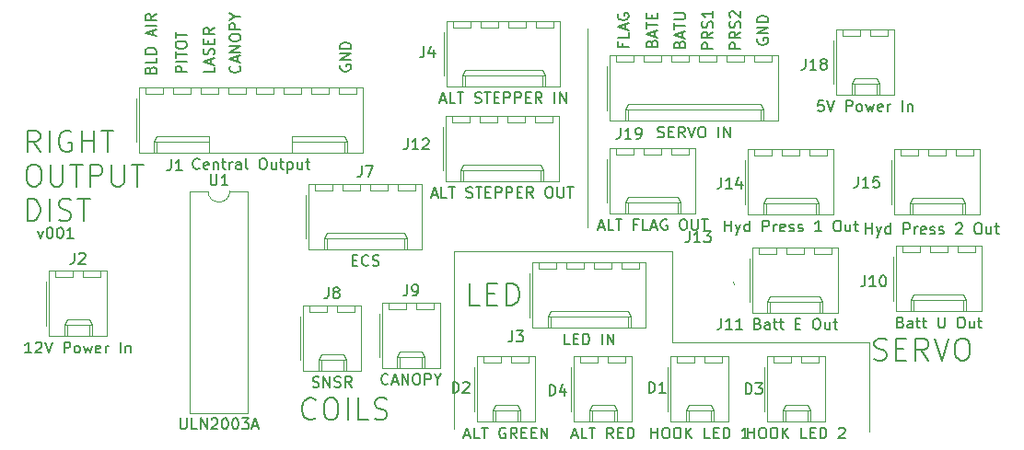
<source format=gbr>
G04 #@! TF.GenerationSoftware,KiCad,Pcbnew,(5.1.5-0-10_14)*
G04 #@! TF.CreationDate,2021-04-18T15:44:56+10:00*
G04 #@! TF.ProjectId,OH - Right Console - Output Distribution,4f48202d-2052-4696-9768-7420436f6e73,rev?*
G04 #@! TF.SameCoordinates,Original*
G04 #@! TF.FileFunction,Legend,Top*
G04 #@! TF.FilePolarity,Positive*
%FSLAX46Y46*%
G04 Gerber Fmt 4.6, Leading zero omitted, Abs format (unit mm)*
G04 Created by KiCad (PCBNEW (5.1.5-0-10_14)) date 2021-04-18 15:44:56*
%MOMM*%
%LPD*%
G04 APERTURE LIST*
%ADD10C,0.150000*%
%ADD11C,0.120000*%
G04 APERTURE END LIST*
D10*
X184404333Y-117808285D02*
X184309095Y-117903523D01*
X184023380Y-117998761D01*
X183832904Y-117998761D01*
X183547190Y-117903523D01*
X183356714Y-117713047D01*
X183261476Y-117522571D01*
X183166238Y-117141619D01*
X183166238Y-116855904D01*
X183261476Y-116474952D01*
X183356714Y-116284476D01*
X183547190Y-116094000D01*
X183832904Y-115998761D01*
X184023380Y-115998761D01*
X184309095Y-116094000D01*
X184404333Y-116189238D01*
X185642428Y-115998761D02*
X186023380Y-115998761D01*
X186213857Y-116094000D01*
X186404333Y-116284476D01*
X186499571Y-116665428D01*
X186499571Y-117332095D01*
X186404333Y-117713047D01*
X186213857Y-117903523D01*
X186023380Y-117998761D01*
X185642428Y-117998761D01*
X185451952Y-117903523D01*
X185261476Y-117713047D01*
X185166238Y-117332095D01*
X185166238Y-116665428D01*
X185261476Y-116284476D01*
X185451952Y-116094000D01*
X185642428Y-115998761D01*
X187356714Y-117998761D02*
X187356714Y-115998761D01*
X189261476Y-117998761D02*
X188309095Y-117998761D01*
X188309095Y-115998761D01*
X189832904Y-117903523D02*
X190118619Y-117998761D01*
X190594809Y-117998761D01*
X190785285Y-117903523D01*
X190880523Y-117808285D01*
X190975761Y-117617809D01*
X190975761Y-117427333D01*
X190880523Y-117236857D01*
X190785285Y-117141619D01*
X190594809Y-117046380D01*
X190213857Y-116951142D01*
X190023380Y-116855904D01*
X189928142Y-116760666D01*
X189832904Y-116570190D01*
X189832904Y-116379714D01*
X189928142Y-116189238D01*
X190023380Y-116094000D01*
X190213857Y-115998761D01*
X190690047Y-115998761D01*
X190975761Y-116094000D01*
X235776047Y-112442523D02*
X236061761Y-112537761D01*
X236537952Y-112537761D01*
X236728428Y-112442523D01*
X236823666Y-112347285D01*
X236918904Y-112156809D01*
X236918904Y-111966333D01*
X236823666Y-111775857D01*
X236728428Y-111680619D01*
X236537952Y-111585380D01*
X236157000Y-111490142D01*
X235966523Y-111394904D01*
X235871285Y-111299666D01*
X235776047Y-111109190D01*
X235776047Y-110918714D01*
X235871285Y-110728238D01*
X235966523Y-110633000D01*
X236157000Y-110537761D01*
X236633190Y-110537761D01*
X236918904Y-110633000D01*
X237776047Y-111490142D02*
X238442714Y-111490142D01*
X238728428Y-112537761D02*
X237776047Y-112537761D01*
X237776047Y-110537761D01*
X238728428Y-110537761D01*
X240728428Y-112537761D02*
X240061761Y-111585380D01*
X239585571Y-112537761D02*
X239585571Y-110537761D01*
X240347476Y-110537761D01*
X240537952Y-110633000D01*
X240633190Y-110728238D01*
X240728428Y-110918714D01*
X240728428Y-111204428D01*
X240633190Y-111394904D01*
X240537952Y-111490142D01*
X240347476Y-111585380D01*
X239585571Y-111585380D01*
X241299857Y-110537761D02*
X241966523Y-112537761D01*
X242633190Y-110537761D01*
X243680809Y-110537761D02*
X244061761Y-110537761D01*
X244252238Y-110633000D01*
X244442714Y-110823476D01*
X244537952Y-111204428D01*
X244537952Y-111871095D01*
X244442714Y-112252047D01*
X244252238Y-112442523D01*
X244061761Y-112537761D01*
X243680809Y-112537761D01*
X243490333Y-112442523D01*
X243299857Y-112252047D01*
X243204619Y-111871095D01*
X243204619Y-111204428D01*
X243299857Y-110823476D01*
X243490333Y-110633000D01*
X243680809Y-110537761D01*
D11*
X222885000Y-105537000D02*
X222758000Y-105283000D01*
X209423000Y-82042000D02*
X209423000Y-100330000D01*
D10*
X158861333Y-100623714D02*
X159099428Y-101290380D01*
X159337523Y-100623714D01*
X159908952Y-100290380D02*
X160004190Y-100290380D01*
X160099428Y-100338000D01*
X160147047Y-100385619D01*
X160194666Y-100480857D01*
X160242285Y-100671333D01*
X160242285Y-100909428D01*
X160194666Y-101099904D01*
X160147047Y-101195142D01*
X160099428Y-101242761D01*
X160004190Y-101290380D01*
X159908952Y-101290380D01*
X159813714Y-101242761D01*
X159766095Y-101195142D01*
X159718476Y-101099904D01*
X159670857Y-100909428D01*
X159670857Y-100671333D01*
X159718476Y-100480857D01*
X159766095Y-100385619D01*
X159813714Y-100338000D01*
X159908952Y-100290380D01*
X160861333Y-100290380D02*
X160956571Y-100290380D01*
X161051809Y-100338000D01*
X161099428Y-100385619D01*
X161147047Y-100480857D01*
X161194666Y-100671333D01*
X161194666Y-100909428D01*
X161147047Y-101099904D01*
X161099428Y-101195142D01*
X161051809Y-101242761D01*
X160956571Y-101290380D01*
X160861333Y-101290380D01*
X160766095Y-101242761D01*
X160718476Y-101195142D01*
X160670857Y-101099904D01*
X160623238Y-100909428D01*
X160623238Y-100671333D01*
X160670857Y-100480857D01*
X160718476Y-100385619D01*
X160766095Y-100338000D01*
X160861333Y-100290380D01*
X162147047Y-101290380D02*
X161575619Y-101290380D01*
X161861333Y-101290380D02*
X161861333Y-100290380D01*
X161766095Y-100433238D01*
X161670857Y-100528476D01*
X161575619Y-100576095D01*
X159069547Y-93385761D02*
X158402880Y-92433380D01*
X157926690Y-93385761D02*
X157926690Y-91385761D01*
X158688595Y-91385761D01*
X158879071Y-91481000D01*
X158974309Y-91576238D01*
X159069547Y-91766714D01*
X159069547Y-92052428D01*
X158974309Y-92242904D01*
X158879071Y-92338142D01*
X158688595Y-92433380D01*
X157926690Y-92433380D01*
X159926690Y-93385761D02*
X159926690Y-91385761D01*
X161926690Y-91481000D02*
X161736214Y-91385761D01*
X161450500Y-91385761D01*
X161164785Y-91481000D01*
X160974309Y-91671476D01*
X160879071Y-91861952D01*
X160783833Y-92242904D01*
X160783833Y-92528619D01*
X160879071Y-92909571D01*
X160974309Y-93100047D01*
X161164785Y-93290523D01*
X161450500Y-93385761D01*
X161640976Y-93385761D01*
X161926690Y-93290523D01*
X162021928Y-93195285D01*
X162021928Y-92528619D01*
X161640976Y-92528619D01*
X162879071Y-93385761D02*
X162879071Y-91385761D01*
X162879071Y-92338142D02*
X164021928Y-92338142D01*
X164021928Y-93385761D02*
X164021928Y-91385761D01*
X164688595Y-91385761D02*
X165831452Y-91385761D01*
X165260023Y-93385761D02*
X165260023Y-91385761D01*
X158307642Y-94535761D02*
X158688595Y-94535761D01*
X158879071Y-94631000D01*
X159069547Y-94821476D01*
X159164785Y-95202428D01*
X159164785Y-95869095D01*
X159069547Y-96250047D01*
X158879071Y-96440523D01*
X158688595Y-96535761D01*
X158307642Y-96535761D01*
X158117166Y-96440523D01*
X157926690Y-96250047D01*
X157831452Y-95869095D01*
X157831452Y-95202428D01*
X157926690Y-94821476D01*
X158117166Y-94631000D01*
X158307642Y-94535761D01*
X160021928Y-94535761D02*
X160021928Y-96154809D01*
X160117166Y-96345285D01*
X160212404Y-96440523D01*
X160402880Y-96535761D01*
X160783833Y-96535761D01*
X160974309Y-96440523D01*
X161069547Y-96345285D01*
X161164785Y-96154809D01*
X161164785Y-94535761D01*
X161831452Y-94535761D02*
X162974309Y-94535761D01*
X162402880Y-96535761D02*
X162402880Y-94535761D01*
X163640976Y-96535761D02*
X163640976Y-94535761D01*
X164402880Y-94535761D01*
X164593357Y-94631000D01*
X164688595Y-94726238D01*
X164783833Y-94916714D01*
X164783833Y-95202428D01*
X164688595Y-95392904D01*
X164593357Y-95488142D01*
X164402880Y-95583380D01*
X163640976Y-95583380D01*
X165640976Y-94535761D02*
X165640976Y-96154809D01*
X165736214Y-96345285D01*
X165831452Y-96440523D01*
X166021928Y-96535761D01*
X166402880Y-96535761D01*
X166593357Y-96440523D01*
X166688595Y-96345285D01*
X166783833Y-96154809D01*
X166783833Y-94535761D01*
X167450500Y-94535761D02*
X168593357Y-94535761D01*
X168021928Y-96535761D02*
X168021928Y-94535761D01*
X157926690Y-99685761D02*
X157926690Y-97685761D01*
X158402880Y-97685761D01*
X158688595Y-97781000D01*
X158879071Y-97971476D01*
X158974309Y-98161952D01*
X159069547Y-98542904D01*
X159069547Y-98828619D01*
X158974309Y-99209571D01*
X158879071Y-99400047D01*
X158688595Y-99590523D01*
X158402880Y-99685761D01*
X157926690Y-99685761D01*
X159926690Y-99685761D02*
X159926690Y-97685761D01*
X160783833Y-99590523D02*
X161069547Y-99685761D01*
X161545738Y-99685761D01*
X161736214Y-99590523D01*
X161831452Y-99495285D01*
X161926690Y-99304809D01*
X161926690Y-99114333D01*
X161831452Y-98923857D01*
X161736214Y-98828619D01*
X161545738Y-98733380D01*
X161164785Y-98638142D01*
X160974309Y-98542904D01*
X160879071Y-98447666D01*
X160783833Y-98257190D01*
X160783833Y-98066714D01*
X160879071Y-97876238D01*
X160974309Y-97781000D01*
X161164785Y-97685761D01*
X161640976Y-97685761D01*
X161926690Y-97781000D01*
X162498119Y-97685761D02*
X163640976Y-97685761D01*
X163069547Y-99685761D02*
X163069547Y-97685761D01*
X199501285Y-107457761D02*
X198548904Y-107457761D01*
X198548904Y-105457761D01*
X200167952Y-106410142D02*
X200834619Y-106410142D01*
X201120333Y-107457761D02*
X200167952Y-107457761D01*
X200167952Y-105457761D01*
X201120333Y-105457761D01*
X201977476Y-107457761D02*
X201977476Y-105457761D01*
X202453666Y-105457761D01*
X202739380Y-105553000D01*
X202929857Y-105743476D01*
X203025095Y-105933952D01*
X203120333Y-106314904D01*
X203120333Y-106600619D01*
X203025095Y-106981571D01*
X202929857Y-107172047D01*
X202739380Y-107362523D01*
X202453666Y-107457761D01*
X201977476Y-107457761D01*
D11*
X197104000Y-118872000D02*
X197104000Y-118745000D01*
X197104000Y-102489000D02*
X197104000Y-118872000D01*
X217170000Y-102489000D02*
X197104000Y-102489000D01*
X217170000Y-110871000D02*
X217170000Y-102489000D01*
X235331000Y-110871000D02*
X217170000Y-110871000D01*
X235331000Y-119126000D02*
X235331000Y-110871000D01*
D10*
X225052000Y-82930904D02*
X225004380Y-83026142D01*
X225004380Y-83169000D01*
X225052000Y-83311857D01*
X225147238Y-83407095D01*
X225242476Y-83454714D01*
X225432952Y-83502333D01*
X225575809Y-83502333D01*
X225766285Y-83454714D01*
X225861523Y-83407095D01*
X225956761Y-83311857D01*
X226004380Y-83169000D01*
X226004380Y-83073761D01*
X225956761Y-82930904D01*
X225909142Y-82883285D01*
X225575809Y-82883285D01*
X225575809Y-83073761D01*
X226004380Y-82454714D02*
X225004380Y-82454714D01*
X226004380Y-81883285D01*
X225004380Y-81883285D01*
X226004380Y-81407095D02*
X225004380Y-81407095D01*
X225004380Y-81169000D01*
X225052000Y-81026142D01*
X225147238Y-80930904D01*
X225242476Y-80883285D01*
X225432952Y-80835666D01*
X225575809Y-80835666D01*
X225766285Y-80883285D01*
X225861523Y-80930904D01*
X225956761Y-81026142D01*
X226004380Y-81169000D01*
X226004380Y-81407095D01*
X223464380Y-83883285D02*
X222464380Y-83883285D01*
X222464380Y-83502333D01*
X222512000Y-83407095D01*
X222559619Y-83359476D01*
X222654857Y-83311857D01*
X222797714Y-83311857D01*
X222892952Y-83359476D01*
X222940571Y-83407095D01*
X222988190Y-83502333D01*
X222988190Y-83883285D01*
X223464380Y-82311857D02*
X222988190Y-82645190D01*
X223464380Y-82883285D02*
X222464380Y-82883285D01*
X222464380Y-82502333D01*
X222512000Y-82407095D01*
X222559619Y-82359476D01*
X222654857Y-82311857D01*
X222797714Y-82311857D01*
X222892952Y-82359476D01*
X222940571Y-82407095D01*
X222988190Y-82502333D01*
X222988190Y-82883285D01*
X223416761Y-81930904D02*
X223464380Y-81788047D01*
X223464380Y-81549952D01*
X223416761Y-81454714D01*
X223369142Y-81407095D01*
X223273904Y-81359476D01*
X223178666Y-81359476D01*
X223083428Y-81407095D01*
X223035809Y-81454714D01*
X222988190Y-81549952D01*
X222940571Y-81740428D01*
X222892952Y-81835666D01*
X222845333Y-81883285D01*
X222750095Y-81930904D01*
X222654857Y-81930904D01*
X222559619Y-81883285D01*
X222512000Y-81835666D01*
X222464380Y-81740428D01*
X222464380Y-81502333D01*
X222512000Y-81359476D01*
X222559619Y-80978523D02*
X222512000Y-80930904D01*
X222464380Y-80835666D01*
X222464380Y-80597571D01*
X222512000Y-80502333D01*
X222559619Y-80454714D01*
X222654857Y-80407095D01*
X222750095Y-80407095D01*
X222892952Y-80454714D01*
X223464380Y-81026142D01*
X223464380Y-80407095D01*
X220924380Y-83883285D02*
X219924380Y-83883285D01*
X219924380Y-83502333D01*
X219972000Y-83407095D01*
X220019619Y-83359476D01*
X220114857Y-83311857D01*
X220257714Y-83311857D01*
X220352952Y-83359476D01*
X220400571Y-83407095D01*
X220448190Y-83502333D01*
X220448190Y-83883285D01*
X220924380Y-82311857D02*
X220448190Y-82645190D01*
X220924380Y-82883285D02*
X219924380Y-82883285D01*
X219924380Y-82502333D01*
X219972000Y-82407095D01*
X220019619Y-82359476D01*
X220114857Y-82311857D01*
X220257714Y-82311857D01*
X220352952Y-82359476D01*
X220400571Y-82407095D01*
X220448190Y-82502333D01*
X220448190Y-82883285D01*
X220876761Y-81930904D02*
X220924380Y-81788047D01*
X220924380Y-81549952D01*
X220876761Y-81454714D01*
X220829142Y-81407095D01*
X220733904Y-81359476D01*
X220638666Y-81359476D01*
X220543428Y-81407095D01*
X220495809Y-81454714D01*
X220448190Y-81549952D01*
X220400571Y-81740428D01*
X220352952Y-81835666D01*
X220305333Y-81883285D01*
X220210095Y-81930904D01*
X220114857Y-81930904D01*
X220019619Y-81883285D01*
X219972000Y-81835666D01*
X219924380Y-81740428D01*
X219924380Y-81502333D01*
X219972000Y-81359476D01*
X220924380Y-80407095D02*
X220924380Y-80978523D01*
X220924380Y-80692809D02*
X219924380Y-80692809D01*
X220067238Y-80788047D01*
X220162476Y-80883285D01*
X220210095Y-80978523D01*
X217860571Y-83430904D02*
X217908190Y-83288047D01*
X217955809Y-83240428D01*
X218051047Y-83192809D01*
X218193904Y-83192809D01*
X218289142Y-83240428D01*
X218336761Y-83288047D01*
X218384380Y-83383285D01*
X218384380Y-83764238D01*
X217384380Y-83764238D01*
X217384380Y-83430904D01*
X217432000Y-83335666D01*
X217479619Y-83288047D01*
X217574857Y-83240428D01*
X217670095Y-83240428D01*
X217765333Y-83288047D01*
X217812952Y-83335666D01*
X217860571Y-83430904D01*
X217860571Y-83764238D01*
X218098666Y-82811857D02*
X218098666Y-82335666D01*
X218384380Y-82907095D02*
X217384380Y-82573761D01*
X218384380Y-82240428D01*
X217384380Y-82049952D02*
X217384380Y-81478523D01*
X218384380Y-81764238D02*
X217384380Y-81764238D01*
X217384380Y-81145190D02*
X218193904Y-81145190D01*
X218289142Y-81097571D01*
X218336761Y-81049952D01*
X218384380Y-80954714D01*
X218384380Y-80764238D01*
X218336761Y-80669000D01*
X218289142Y-80621380D01*
X218193904Y-80573761D01*
X217384380Y-80573761D01*
X215320571Y-83359476D02*
X215368190Y-83216619D01*
X215415809Y-83169000D01*
X215511047Y-83121380D01*
X215653904Y-83121380D01*
X215749142Y-83169000D01*
X215796761Y-83216619D01*
X215844380Y-83311857D01*
X215844380Y-83692809D01*
X214844380Y-83692809D01*
X214844380Y-83359476D01*
X214892000Y-83264238D01*
X214939619Y-83216619D01*
X215034857Y-83169000D01*
X215130095Y-83169000D01*
X215225333Y-83216619D01*
X215272952Y-83264238D01*
X215320571Y-83359476D01*
X215320571Y-83692809D01*
X215558666Y-82740428D02*
X215558666Y-82264238D01*
X215844380Y-82835666D02*
X214844380Y-82502333D01*
X215844380Y-82169000D01*
X214844380Y-81978523D02*
X214844380Y-81407095D01*
X215844380Y-81692809D02*
X214844380Y-81692809D01*
X215320571Y-81073761D02*
X215320571Y-80740428D01*
X215844380Y-80597571D02*
X215844380Y-81073761D01*
X214844380Y-81073761D01*
X214844380Y-80597571D01*
X212653571Y-83359476D02*
X212653571Y-83692809D01*
X213177380Y-83692809D02*
X212177380Y-83692809D01*
X212177380Y-83216619D01*
X213177380Y-82359476D02*
X213177380Y-82835666D01*
X212177380Y-82835666D01*
X212891666Y-82073761D02*
X212891666Y-81597571D01*
X213177380Y-82169000D02*
X212177380Y-81835666D01*
X213177380Y-81502333D01*
X212225000Y-80645190D02*
X212177380Y-80740428D01*
X212177380Y-80883285D01*
X212225000Y-81026142D01*
X212320238Y-81121380D01*
X212415476Y-81169000D01*
X212605952Y-81216619D01*
X212748809Y-81216619D01*
X212939285Y-81169000D01*
X213034523Y-81121380D01*
X213129761Y-81026142D01*
X213177380Y-80883285D01*
X213177380Y-80788047D01*
X213129761Y-80645190D01*
X213082142Y-80597571D01*
X212748809Y-80597571D01*
X212748809Y-80788047D01*
X186698000Y-85373595D02*
X186650380Y-85468833D01*
X186650380Y-85611690D01*
X186698000Y-85754547D01*
X186793238Y-85849785D01*
X186888476Y-85897404D01*
X187078952Y-85945023D01*
X187221809Y-85945023D01*
X187412285Y-85897404D01*
X187507523Y-85849785D01*
X187602761Y-85754547D01*
X187650380Y-85611690D01*
X187650380Y-85516452D01*
X187602761Y-85373595D01*
X187555142Y-85325976D01*
X187221809Y-85325976D01*
X187221809Y-85516452D01*
X187650380Y-84897404D02*
X186650380Y-84897404D01*
X187650380Y-84325976D01*
X186650380Y-84325976D01*
X187650380Y-83849785D02*
X186650380Y-83849785D01*
X186650380Y-83611690D01*
X186698000Y-83468833D01*
X186793238Y-83373595D01*
X186888476Y-83325976D01*
X187078952Y-83278357D01*
X187221809Y-83278357D01*
X187412285Y-83325976D01*
X187507523Y-83373595D01*
X187602761Y-83468833D01*
X187650380Y-83611690D01*
X187650380Y-83849785D01*
X177395142Y-85452976D02*
X177442761Y-85500595D01*
X177490380Y-85643452D01*
X177490380Y-85738690D01*
X177442761Y-85881547D01*
X177347523Y-85976785D01*
X177252285Y-86024404D01*
X177061809Y-86072023D01*
X176918952Y-86072023D01*
X176728476Y-86024404D01*
X176633238Y-85976785D01*
X176538000Y-85881547D01*
X176490380Y-85738690D01*
X176490380Y-85643452D01*
X176538000Y-85500595D01*
X176585619Y-85452976D01*
X177204666Y-85072023D02*
X177204666Y-84595833D01*
X177490380Y-85167261D02*
X176490380Y-84833928D01*
X177490380Y-84500595D01*
X177490380Y-84167261D02*
X176490380Y-84167261D01*
X177490380Y-83595833D01*
X176490380Y-83595833D01*
X176490380Y-82929166D02*
X176490380Y-82738690D01*
X176538000Y-82643452D01*
X176633238Y-82548214D01*
X176823714Y-82500595D01*
X177157047Y-82500595D01*
X177347523Y-82548214D01*
X177442761Y-82643452D01*
X177490380Y-82738690D01*
X177490380Y-82929166D01*
X177442761Y-83024404D01*
X177347523Y-83119642D01*
X177157047Y-83167261D01*
X176823714Y-83167261D01*
X176633238Y-83119642D01*
X176538000Y-83024404D01*
X176490380Y-82929166D01*
X177490380Y-82072023D02*
X176490380Y-82072023D01*
X176490380Y-81691071D01*
X176538000Y-81595833D01*
X176585619Y-81548214D01*
X176680857Y-81500595D01*
X176823714Y-81500595D01*
X176918952Y-81548214D01*
X176966571Y-81595833D01*
X177014190Y-81691071D01*
X177014190Y-82072023D01*
X177014190Y-80881547D02*
X177490380Y-80881547D01*
X176490380Y-81214880D02*
X177014190Y-80881547D01*
X176490380Y-80548214D01*
X175077380Y-85548214D02*
X175077380Y-86024404D01*
X174077380Y-86024404D01*
X174791666Y-85262500D02*
X174791666Y-84786309D01*
X175077380Y-85357738D02*
X174077380Y-85024404D01*
X175077380Y-84691071D01*
X175029761Y-84405357D02*
X175077380Y-84262500D01*
X175077380Y-84024404D01*
X175029761Y-83929166D01*
X174982142Y-83881547D01*
X174886904Y-83833928D01*
X174791666Y-83833928D01*
X174696428Y-83881547D01*
X174648809Y-83929166D01*
X174601190Y-84024404D01*
X174553571Y-84214880D01*
X174505952Y-84310119D01*
X174458333Y-84357738D01*
X174363095Y-84405357D01*
X174267857Y-84405357D01*
X174172619Y-84357738D01*
X174125000Y-84310119D01*
X174077380Y-84214880D01*
X174077380Y-83976785D01*
X174125000Y-83833928D01*
X174553571Y-83405357D02*
X174553571Y-83072023D01*
X175077380Y-82929166D02*
X175077380Y-83405357D01*
X174077380Y-83405357D01*
X174077380Y-82929166D01*
X175077380Y-81929166D02*
X174601190Y-82262500D01*
X175077380Y-82500595D02*
X174077380Y-82500595D01*
X174077380Y-82119642D01*
X174125000Y-82024404D01*
X174172619Y-81976785D01*
X174267857Y-81929166D01*
X174410714Y-81929166D01*
X174505952Y-81976785D01*
X174553571Y-82024404D01*
X174601190Y-82119642D01*
X174601190Y-82500595D01*
X172537380Y-86024404D02*
X171537380Y-86024404D01*
X171537380Y-85643452D01*
X171585000Y-85548214D01*
X171632619Y-85500595D01*
X171727857Y-85452976D01*
X171870714Y-85452976D01*
X171965952Y-85500595D01*
X172013571Y-85548214D01*
X172061190Y-85643452D01*
X172061190Y-86024404D01*
X172537380Y-85024404D02*
X171537380Y-85024404D01*
X171537380Y-84691071D02*
X171537380Y-84119642D01*
X172537380Y-84405357D02*
X171537380Y-84405357D01*
X171537380Y-83595833D02*
X171537380Y-83405357D01*
X171585000Y-83310119D01*
X171680238Y-83214880D01*
X171870714Y-83167261D01*
X172204047Y-83167261D01*
X172394523Y-83214880D01*
X172489761Y-83310119D01*
X172537380Y-83405357D01*
X172537380Y-83595833D01*
X172489761Y-83691071D01*
X172394523Y-83786309D01*
X172204047Y-83833928D01*
X171870714Y-83833928D01*
X171680238Y-83786309D01*
X171585000Y-83691071D01*
X171537380Y-83595833D01*
X171537380Y-82881547D02*
X171537380Y-82310119D01*
X172537380Y-82595833D02*
X171537380Y-82595833D01*
X169219571Y-85818071D02*
X169267190Y-85675214D01*
X169314809Y-85627595D01*
X169410047Y-85579976D01*
X169552904Y-85579976D01*
X169648142Y-85627595D01*
X169695761Y-85675214D01*
X169743380Y-85770452D01*
X169743380Y-86151404D01*
X168743380Y-86151404D01*
X168743380Y-85818071D01*
X168791000Y-85722833D01*
X168838619Y-85675214D01*
X168933857Y-85627595D01*
X169029095Y-85627595D01*
X169124333Y-85675214D01*
X169171952Y-85722833D01*
X169219571Y-85818071D01*
X169219571Y-86151404D01*
X169743380Y-84675214D02*
X169743380Y-85151404D01*
X168743380Y-85151404D01*
X169743380Y-84341880D02*
X168743380Y-84341880D01*
X168743380Y-84103785D01*
X168791000Y-83960928D01*
X168886238Y-83865690D01*
X168981476Y-83818071D01*
X169171952Y-83770452D01*
X169314809Y-83770452D01*
X169505285Y-83818071D01*
X169600523Y-83865690D01*
X169695761Y-83960928D01*
X169743380Y-84103785D01*
X169743380Y-84341880D01*
X169457666Y-82627595D02*
X169457666Y-82151404D01*
X169743380Y-82722833D02*
X168743380Y-82389500D01*
X169743380Y-82056166D01*
X169743380Y-81722833D02*
X168743380Y-81722833D01*
X169743380Y-80675214D02*
X169267190Y-81008547D01*
X169743380Y-81246642D02*
X168743380Y-81246642D01*
X168743380Y-80865690D01*
X168791000Y-80770452D01*
X168838619Y-80722833D01*
X168933857Y-80675214D01*
X169076714Y-80675214D01*
X169171952Y-80722833D01*
X169219571Y-80770452D01*
X169267190Y-80865690D01*
X169267190Y-81246642D01*
D11*
X214160000Y-104123000D02*
X214160000Y-103523000D01*
X212560000Y-104123000D02*
X214160000Y-104123000D01*
X212560000Y-103523000D02*
X212560000Y-104123000D01*
X211620000Y-104123000D02*
X211620000Y-103523000D01*
X210020000Y-104123000D02*
X211620000Y-104123000D01*
X210020000Y-103523000D02*
X210020000Y-104123000D01*
X209080000Y-104123000D02*
X209080000Y-103523000D01*
X207480000Y-104123000D02*
X209080000Y-104123000D01*
X207480000Y-103523000D02*
X207480000Y-104123000D01*
X206540000Y-104123000D02*
X206540000Y-103523000D01*
X204940000Y-104123000D02*
X206540000Y-104123000D01*
X204940000Y-103523000D02*
X204940000Y-104123000D01*
X213110000Y-109543000D02*
X213110000Y-108543000D01*
X205990000Y-109543000D02*
X205990000Y-108543000D01*
X213110000Y-108013000D02*
X213360000Y-108543000D01*
X205990000Y-108013000D02*
X213110000Y-108013000D01*
X205740000Y-108543000D02*
X205990000Y-108013000D01*
X213360000Y-108543000D02*
X213360000Y-109543000D01*
X205740000Y-108543000D02*
X213360000Y-108543000D01*
X205740000Y-109543000D02*
X205740000Y-108543000D01*
X204070000Y-104553000D02*
X204070000Y-108553000D01*
X214740000Y-103523000D02*
X204360000Y-103523000D01*
X214740000Y-109543000D02*
X214740000Y-103523000D01*
X204360000Y-109543000D02*
X214740000Y-109543000D01*
X204360000Y-103523000D02*
X204360000Y-109543000D01*
X212890000Y-112759000D02*
X212890000Y-112159000D01*
X211290000Y-112759000D02*
X212890000Y-112759000D01*
X211290000Y-112159000D02*
X211290000Y-112759000D01*
X210350000Y-112759000D02*
X210350000Y-112159000D01*
X208750000Y-112759000D02*
X210350000Y-112759000D01*
X208750000Y-112159000D02*
X208750000Y-112759000D01*
X211840000Y-118179000D02*
X211840000Y-117179000D01*
X209800000Y-118179000D02*
X209800000Y-117179000D01*
X211840000Y-116649000D02*
X212090000Y-117179000D01*
X209800000Y-116649000D02*
X211840000Y-116649000D01*
X209550000Y-117179000D02*
X209800000Y-116649000D01*
X212090000Y-117179000D02*
X212090000Y-118179000D01*
X209550000Y-117179000D02*
X212090000Y-117179000D01*
X209550000Y-118179000D02*
X209550000Y-117179000D01*
X207880000Y-113189000D02*
X207880000Y-117189000D01*
X213470000Y-112159000D02*
X208170000Y-112159000D01*
X213470000Y-118179000D02*
X213470000Y-112159000D01*
X208170000Y-118179000D02*
X213470000Y-118179000D01*
X208170000Y-112159000D02*
X208170000Y-118179000D01*
X230670000Y-112759000D02*
X230670000Y-112159000D01*
X229070000Y-112759000D02*
X230670000Y-112759000D01*
X229070000Y-112159000D02*
X229070000Y-112759000D01*
X228130000Y-112759000D02*
X228130000Y-112159000D01*
X226530000Y-112759000D02*
X228130000Y-112759000D01*
X226530000Y-112159000D02*
X226530000Y-112759000D01*
X229620000Y-118179000D02*
X229620000Y-117179000D01*
X227580000Y-118179000D02*
X227580000Y-117179000D01*
X229620000Y-116649000D02*
X229870000Y-117179000D01*
X227580000Y-116649000D02*
X229620000Y-116649000D01*
X227330000Y-117179000D02*
X227580000Y-116649000D01*
X229870000Y-117179000D02*
X229870000Y-118179000D01*
X227330000Y-117179000D02*
X229870000Y-117179000D01*
X227330000Y-118179000D02*
X227330000Y-117179000D01*
X225660000Y-113189000D02*
X225660000Y-117189000D01*
X231250000Y-112159000D02*
X225950000Y-112159000D01*
X231250000Y-118179000D02*
X231250000Y-112159000D01*
X225950000Y-118179000D02*
X231250000Y-118179000D01*
X225950000Y-112159000D02*
X225950000Y-118179000D01*
X204000000Y-112759000D02*
X204000000Y-112159000D01*
X202400000Y-112759000D02*
X204000000Y-112759000D01*
X202400000Y-112159000D02*
X202400000Y-112759000D01*
X201460000Y-112759000D02*
X201460000Y-112159000D01*
X199860000Y-112759000D02*
X201460000Y-112759000D01*
X199860000Y-112159000D02*
X199860000Y-112759000D01*
X202950000Y-118179000D02*
X202950000Y-117179000D01*
X200910000Y-118179000D02*
X200910000Y-117179000D01*
X202950000Y-116649000D02*
X203200000Y-117179000D01*
X200910000Y-116649000D02*
X202950000Y-116649000D01*
X200660000Y-117179000D02*
X200910000Y-116649000D01*
X203200000Y-117179000D02*
X203200000Y-118179000D01*
X200660000Y-117179000D02*
X203200000Y-117179000D01*
X200660000Y-118179000D02*
X200660000Y-117179000D01*
X198990000Y-113189000D02*
X198990000Y-117189000D01*
X204580000Y-112159000D02*
X199280000Y-112159000D01*
X204580000Y-118179000D02*
X204580000Y-112159000D01*
X199280000Y-118179000D02*
X204580000Y-118179000D01*
X199280000Y-112159000D02*
X199280000Y-118179000D01*
X221780000Y-112759000D02*
X221780000Y-112159000D01*
X220180000Y-112759000D02*
X221780000Y-112759000D01*
X220180000Y-112159000D02*
X220180000Y-112759000D01*
X219240000Y-112759000D02*
X219240000Y-112159000D01*
X217640000Y-112759000D02*
X219240000Y-112759000D01*
X217640000Y-112159000D02*
X217640000Y-112759000D01*
X220730000Y-118179000D02*
X220730000Y-117179000D01*
X218690000Y-118179000D02*
X218690000Y-117179000D01*
X220730000Y-116649000D02*
X220980000Y-117179000D01*
X218690000Y-116649000D02*
X220730000Y-116649000D01*
X218440000Y-117179000D02*
X218690000Y-116649000D01*
X220980000Y-117179000D02*
X220980000Y-118179000D01*
X218440000Y-117179000D02*
X220980000Y-117179000D01*
X218440000Y-118179000D02*
X218440000Y-117179000D01*
X216770000Y-113189000D02*
X216770000Y-117189000D01*
X222360000Y-112159000D02*
X217060000Y-112159000D01*
X222360000Y-118179000D02*
X222360000Y-112159000D01*
X217060000Y-118179000D02*
X222360000Y-118179000D01*
X217060000Y-112159000D02*
X217060000Y-118179000D01*
X226352000Y-85073000D02*
X226352000Y-84473000D01*
X224752000Y-85073000D02*
X226352000Y-85073000D01*
X224752000Y-84473000D02*
X224752000Y-85073000D01*
X223812000Y-85073000D02*
X223812000Y-84473000D01*
X222212000Y-85073000D02*
X223812000Y-85073000D01*
X222212000Y-84473000D02*
X222212000Y-85073000D01*
X221272000Y-85073000D02*
X221272000Y-84473000D01*
X219672000Y-85073000D02*
X221272000Y-85073000D01*
X219672000Y-84473000D02*
X219672000Y-85073000D01*
X218732000Y-85073000D02*
X218732000Y-84473000D01*
X217132000Y-85073000D02*
X218732000Y-85073000D01*
X217132000Y-84473000D02*
X217132000Y-85073000D01*
X216192000Y-85073000D02*
X216192000Y-84473000D01*
X214592000Y-85073000D02*
X216192000Y-85073000D01*
X214592000Y-84473000D02*
X214592000Y-85073000D01*
X213652000Y-85073000D02*
X213652000Y-84473000D01*
X212052000Y-85073000D02*
X213652000Y-85073000D01*
X212052000Y-84473000D02*
X212052000Y-85073000D01*
X225302000Y-90493000D02*
X225302000Y-89493000D01*
X213102000Y-90493000D02*
X213102000Y-89493000D01*
X225302000Y-88963000D02*
X225552000Y-89493000D01*
X213102000Y-88963000D02*
X225302000Y-88963000D01*
X212852000Y-89493000D02*
X213102000Y-88963000D01*
X225552000Y-89493000D02*
X225552000Y-90493000D01*
X212852000Y-89493000D02*
X225552000Y-89493000D01*
X212852000Y-90493000D02*
X212852000Y-89493000D01*
X211182000Y-85503000D02*
X211182000Y-89503000D01*
X226932000Y-84473000D02*
X211472000Y-84473000D01*
X226932000Y-90493000D02*
X226932000Y-84473000D01*
X211472000Y-90493000D02*
X226932000Y-90493000D01*
X211472000Y-84473000D02*
X211472000Y-90493000D01*
X237020000Y-82660000D02*
X237020000Y-82060000D01*
X235420000Y-82660000D02*
X237020000Y-82660000D01*
X235420000Y-82060000D02*
X235420000Y-82660000D01*
X234480000Y-82660000D02*
X234480000Y-82060000D01*
X232880000Y-82660000D02*
X234480000Y-82660000D01*
X232880000Y-82060000D02*
X232880000Y-82660000D01*
X235970000Y-88080000D02*
X235970000Y-87080000D01*
X233930000Y-88080000D02*
X233930000Y-87080000D01*
X235970000Y-86550000D02*
X236220000Y-87080000D01*
X233930000Y-86550000D02*
X235970000Y-86550000D01*
X233680000Y-87080000D02*
X233930000Y-86550000D01*
X236220000Y-87080000D02*
X236220000Y-88080000D01*
X233680000Y-87080000D02*
X236220000Y-87080000D01*
X233680000Y-88080000D02*
X233680000Y-87080000D01*
X232010000Y-83090000D02*
X232010000Y-87090000D01*
X237600000Y-82060000D02*
X232300000Y-82060000D01*
X237600000Y-88080000D02*
X237600000Y-82060000D01*
X232300000Y-88080000D02*
X237600000Y-88080000D01*
X232300000Y-82060000D02*
X232300000Y-88080000D01*
X218732000Y-93582000D02*
X218732000Y-92982000D01*
X217132000Y-93582000D02*
X218732000Y-93582000D01*
X217132000Y-92982000D02*
X217132000Y-93582000D01*
X216192000Y-93582000D02*
X216192000Y-92982000D01*
X214592000Y-93582000D02*
X216192000Y-93582000D01*
X214592000Y-92982000D02*
X214592000Y-93582000D01*
X213652000Y-93582000D02*
X213652000Y-92982000D01*
X212052000Y-93582000D02*
X213652000Y-93582000D01*
X212052000Y-92982000D02*
X212052000Y-93582000D01*
X217682000Y-99002000D02*
X217682000Y-98002000D01*
X213102000Y-99002000D02*
X213102000Y-98002000D01*
X217682000Y-97472000D02*
X217932000Y-98002000D01*
X213102000Y-97472000D02*
X217682000Y-97472000D01*
X212852000Y-98002000D02*
X213102000Y-97472000D01*
X217932000Y-98002000D02*
X217932000Y-99002000D01*
X212852000Y-98002000D02*
X217932000Y-98002000D01*
X212852000Y-99002000D02*
X212852000Y-98002000D01*
X211182000Y-94012000D02*
X211182000Y-98012000D01*
X219312000Y-92982000D02*
X211472000Y-92982000D01*
X219312000Y-99002000D02*
X219312000Y-92982000D01*
X211472000Y-99002000D02*
X219312000Y-99002000D01*
X211472000Y-92982000D02*
X211472000Y-99002000D01*
X206159000Y-90618700D02*
X206159000Y-90018700D01*
X204559000Y-90618700D02*
X206159000Y-90618700D01*
X204559000Y-90018700D02*
X204559000Y-90618700D01*
X203619000Y-90618700D02*
X203619000Y-90018700D01*
X202019000Y-90618700D02*
X203619000Y-90618700D01*
X202019000Y-90018700D02*
X202019000Y-90618700D01*
X201079000Y-90618700D02*
X201079000Y-90018700D01*
X199479000Y-90618700D02*
X201079000Y-90618700D01*
X199479000Y-90018700D02*
X199479000Y-90618700D01*
X198539000Y-90618700D02*
X198539000Y-90018700D01*
X196939000Y-90618700D02*
X198539000Y-90618700D01*
X196939000Y-90018700D02*
X196939000Y-90618700D01*
X205109000Y-96038700D02*
X205109000Y-95038700D01*
X197989000Y-96038700D02*
X197989000Y-95038700D01*
X205109000Y-94508700D02*
X205359000Y-95038700D01*
X197989000Y-94508700D02*
X205109000Y-94508700D01*
X197739000Y-95038700D02*
X197989000Y-94508700D01*
X205359000Y-95038700D02*
X205359000Y-96038700D01*
X197739000Y-95038700D02*
X205359000Y-95038700D01*
X197739000Y-96038700D02*
X197739000Y-95038700D01*
X196069000Y-91048700D02*
X196069000Y-95048700D01*
X206739000Y-90018700D02*
X196359000Y-90018700D01*
X206739000Y-96038700D02*
X206739000Y-90018700D01*
X196359000Y-96038700D02*
X206739000Y-96038700D01*
X196359000Y-90018700D02*
X196359000Y-96038700D01*
X231813000Y-102726000D02*
X231813000Y-102126000D01*
X230213000Y-102726000D02*
X231813000Y-102726000D01*
X230213000Y-102126000D02*
X230213000Y-102726000D01*
X229273000Y-102726000D02*
X229273000Y-102126000D01*
X227673000Y-102726000D02*
X229273000Y-102726000D01*
X227673000Y-102126000D02*
X227673000Y-102726000D01*
X226733000Y-102726000D02*
X226733000Y-102126000D01*
X225133000Y-102726000D02*
X226733000Y-102726000D01*
X225133000Y-102126000D02*
X225133000Y-102726000D01*
X230763000Y-108146000D02*
X230763000Y-107146000D01*
X226183000Y-108146000D02*
X226183000Y-107146000D01*
X230763000Y-106616000D02*
X231013000Y-107146000D01*
X226183000Y-106616000D02*
X230763000Y-106616000D01*
X225933000Y-107146000D02*
X226183000Y-106616000D01*
X231013000Y-107146000D02*
X231013000Y-108146000D01*
X225933000Y-107146000D02*
X231013000Y-107146000D01*
X225933000Y-108146000D02*
X225933000Y-107146000D01*
X224263000Y-103156000D02*
X224263000Y-107156000D01*
X232393000Y-102126000D02*
X224553000Y-102126000D01*
X232393000Y-108146000D02*
X232393000Y-102126000D01*
X224553000Y-108146000D02*
X232393000Y-108146000D01*
X224553000Y-102126000D02*
X224553000Y-108146000D01*
X245021000Y-102599000D02*
X245021000Y-101999000D01*
X243421000Y-102599000D02*
X245021000Y-102599000D01*
X243421000Y-101999000D02*
X243421000Y-102599000D01*
X242481000Y-102599000D02*
X242481000Y-101999000D01*
X240881000Y-102599000D02*
X242481000Y-102599000D01*
X240881000Y-101999000D02*
X240881000Y-102599000D01*
X239941000Y-102599000D02*
X239941000Y-101999000D01*
X238341000Y-102599000D02*
X239941000Y-102599000D01*
X238341000Y-101999000D02*
X238341000Y-102599000D01*
X243971000Y-108019000D02*
X243971000Y-107019000D01*
X239391000Y-108019000D02*
X239391000Y-107019000D01*
X243971000Y-106489000D02*
X244221000Y-107019000D01*
X239391000Y-106489000D02*
X243971000Y-106489000D01*
X239141000Y-107019000D02*
X239391000Y-106489000D01*
X244221000Y-107019000D02*
X244221000Y-108019000D01*
X239141000Y-107019000D02*
X244221000Y-107019000D01*
X239141000Y-108019000D02*
X239141000Y-107019000D01*
X237471000Y-103029000D02*
X237471000Y-107029000D01*
X245601000Y-101999000D02*
X237761000Y-101999000D01*
X245601000Y-108019000D02*
X245601000Y-101999000D01*
X237761000Y-108019000D02*
X245601000Y-108019000D01*
X237761000Y-101999000D02*
X237761000Y-108019000D01*
X206286000Y-81898000D02*
X206286000Y-81298000D01*
X204686000Y-81898000D02*
X206286000Y-81898000D01*
X204686000Y-81298000D02*
X204686000Y-81898000D01*
X203746000Y-81898000D02*
X203746000Y-81298000D01*
X202146000Y-81898000D02*
X203746000Y-81898000D01*
X202146000Y-81298000D02*
X202146000Y-81898000D01*
X201206000Y-81898000D02*
X201206000Y-81298000D01*
X199606000Y-81898000D02*
X201206000Y-81898000D01*
X199606000Y-81298000D02*
X199606000Y-81898000D01*
X198666000Y-81898000D02*
X198666000Y-81298000D01*
X197066000Y-81898000D02*
X198666000Y-81898000D01*
X197066000Y-81298000D02*
X197066000Y-81898000D01*
X205236000Y-87318000D02*
X205236000Y-86318000D01*
X198116000Y-87318000D02*
X198116000Y-86318000D01*
X205236000Y-85788000D02*
X205486000Y-86318000D01*
X198116000Y-85788000D02*
X205236000Y-85788000D01*
X197866000Y-86318000D02*
X198116000Y-85788000D01*
X205486000Y-86318000D02*
X205486000Y-87318000D01*
X197866000Y-86318000D02*
X205486000Y-86318000D01*
X197866000Y-87318000D02*
X197866000Y-86318000D01*
X196196000Y-82328000D02*
X196196000Y-86328000D01*
X206866000Y-81298000D02*
X196486000Y-81298000D01*
X206866000Y-87318000D02*
X206866000Y-81298000D01*
X196486000Y-87318000D02*
X206866000Y-87318000D01*
X196486000Y-81298000D02*
X196486000Y-87318000D01*
X178164000Y-96968000D02*
X176514000Y-96968000D01*
X178164000Y-117408000D02*
X178164000Y-96968000D01*
X172864000Y-117408000D02*
X178164000Y-117408000D01*
X172864000Y-96968000D02*
X172864000Y-117408000D01*
X174514000Y-96968000D02*
X172864000Y-96968000D01*
X176514000Y-96968000D02*
G75*
G02X174514000Y-96968000I-1000000J0D01*
G01*
X244894000Y-93709000D02*
X244894000Y-93109000D01*
X243294000Y-93709000D02*
X244894000Y-93709000D01*
X243294000Y-93109000D02*
X243294000Y-93709000D01*
X242354000Y-93709000D02*
X242354000Y-93109000D01*
X240754000Y-93709000D02*
X242354000Y-93709000D01*
X240754000Y-93109000D02*
X240754000Y-93709000D01*
X239814000Y-93709000D02*
X239814000Y-93109000D01*
X238214000Y-93709000D02*
X239814000Y-93709000D01*
X238214000Y-93109000D02*
X238214000Y-93709000D01*
X243844000Y-99129000D02*
X243844000Y-98129000D01*
X239264000Y-99129000D02*
X239264000Y-98129000D01*
X243844000Y-97599000D02*
X244094000Y-98129000D01*
X239264000Y-97599000D02*
X243844000Y-97599000D01*
X239014000Y-98129000D02*
X239264000Y-97599000D01*
X244094000Y-98129000D02*
X244094000Y-99129000D01*
X239014000Y-98129000D02*
X244094000Y-98129000D01*
X239014000Y-99129000D02*
X239014000Y-98129000D01*
X237344000Y-94139000D02*
X237344000Y-98139000D01*
X245474000Y-93109000D02*
X237634000Y-93109000D01*
X245474000Y-99129000D02*
X245474000Y-93109000D01*
X237634000Y-99129000D02*
X245474000Y-99129000D01*
X237634000Y-93109000D02*
X237634000Y-99129000D01*
X231432000Y-93709000D02*
X231432000Y-93109000D01*
X229832000Y-93709000D02*
X231432000Y-93709000D01*
X229832000Y-93109000D02*
X229832000Y-93709000D01*
X228892000Y-93709000D02*
X228892000Y-93109000D01*
X227292000Y-93709000D02*
X228892000Y-93709000D01*
X227292000Y-93109000D02*
X227292000Y-93709000D01*
X226352000Y-93709000D02*
X226352000Y-93109000D01*
X224752000Y-93709000D02*
X226352000Y-93709000D01*
X224752000Y-93109000D02*
X224752000Y-93709000D01*
X230382000Y-99129000D02*
X230382000Y-98129000D01*
X225802000Y-99129000D02*
X225802000Y-98129000D01*
X230382000Y-97599000D02*
X230632000Y-98129000D01*
X225802000Y-97599000D02*
X230382000Y-97599000D01*
X225552000Y-98129000D02*
X225802000Y-97599000D01*
X230632000Y-98129000D02*
X230632000Y-99129000D01*
X225552000Y-98129000D02*
X230632000Y-98129000D01*
X225552000Y-99129000D02*
X225552000Y-98129000D01*
X223882000Y-94139000D02*
X223882000Y-98139000D01*
X232012000Y-93109000D02*
X224172000Y-93109000D01*
X232012000Y-99129000D02*
X232012000Y-93109000D01*
X224172000Y-99129000D02*
X232012000Y-99129000D01*
X224172000Y-93109000D02*
X224172000Y-99129000D01*
X195237000Y-107806000D02*
X195237000Y-107206000D01*
X193637000Y-107806000D02*
X195237000Y-107806000D01*
X193637000Y-107206000D02*
X193637000Y-107806000D01*
X192697000Y-107806000D02*
X192697000Y-107206000D01*
X191097000Y-107806000D02*
X192697000Y-107806000D01*
X191097000Y-107206000D02*
X191097000Y-107806000D01*
X194187000Y-113226000D02*
X194187000Y-112226000D01*
X192147000Y-113226000D02*
X192147000Y-112226000D01*
X194187000Y-111696000D02*
X194437000Y-112226000D01*
X192147000Y-111696000D02*
X194187000Y-111696000D01*
X191897000Y-112226000D02*
X192147000Y-111696000D01*
X194437000Y-112226000D02*
X194437000Y-113226000D01*
X191897000Y-112226000D02*
X194437000Y-112226000D01*
X191897000Y-113226000D02*
X191897000Y-112226000D01*
X190227000Y-108236000D02*
X190227000Y-112236000D01*
X195817000Y-107206000D02*
X190517000Y-107206000D01*
X195817000Y-113226000D02*
X195817000Y-107206000D01*
X190517000Y-113226000D02*
X195817000Y-113226000D01*
X190517000Y-107206000D02*
X190517000Y-113226000D01*
X187998000Y-108060000D02*
X187998000Y-107460000D01*
X186398000Y-108060000D02*
X187998000Y-108060000D01*
X186398000Y-107460000D02*
X186398000Y-108060000D01*
X185458000Y-108060000D02*
X185458000Y-107460000D01*
X183858000Y-108060000D02*
X185458000Y-108060000D01*
X183858000Y-107460000D02*
X183858000Y-108060000D01*
X186948000Y-113480000D02*
X186948000Y-112480000D01*
X184908000Y-113480000D02*
X184908000Y-112480000D01*
X186948000Y-111950000D02*
X187198000Y-112480000D01*
X184908000Y-111950000D02*
X186948000Y-111950000D01*
X184658000Y-112480000D02*
X184908000Y-111950000D01*
X187198000Y-112480000D02*
X187198000Y-113480000D01*
X184658000Y-112480000D02*
X187198000Y-112480000D01*
X184658000Y-113480000D02*
X184658000Y-112480000D01*
X182988000Y-108490000D02*
X182988000Y-112490000D01*
X188578000Y-107460000D02*
X183278000Y-107460000D01*
X188578000Y-113480000D02*
X188578000Y-107460000D01*
X183278000Y-113480000D02*
X188578000Y-113480000D01*
X183278000Y-107460000D02*
X183278000Y-113480000D01*
X193586000Y-96884000D02*
X193586000Y-96284000D01*
X191986000Y-96884000D02*
X193586000Y-96884000D01*
X191986000Y-96284000D02*
X191986000Y-96884000D01*
X191046000Y-96884000D02*
X191046000Y-96284000D01*
X189446000Y-96884000D02*
X191046000Y-96884000D01*
X189446000Y-96284000D02*
X189446000Y-96884000D01*
X188506000Y-96884000D02*
X188506000Y-96284000D01*
X186906000Y-96884000D02*
X188506000Y-96884000D01*
X186906000Y-96284000D02*
X186906000Y-96884000D01*
X185966000Y-96884000D02*
X185966000Y-96284000D01*
X184366000Y-96884000D02*
X185966000Y-96884000D01*
X184366000Y-96284000D02*
X184366000Y-96884000D01*
X192536000Y-102304000D02*
X192536000Y-101304000D01*
X185416000Y-102304000D02*
X185416000Y-101304000D01*
X192536000Y-100774000D02*
X192786000Y-101304000D01*
X185416000Y-100774000D02*
X192536000Y-100774000D01*
X185166000Y-101304000D02*
X185416000Y-100774000D01*
X192786000Y-101304000D02*
X192786000Y-102304000D01*
X185166000Y-101304000D02*
X192786000Y-101304000D01*
X185166000Y-102304000D02*
X185166000Y-101304000D01*
X183496000Y-97314000D02*
X183496000Y-101314000D01*
X194166000Y-96284000D02*
X183786000Y-96284000D01*
X194166000Y-102304000D02*
X194166000Y-96284000D01*
X183786000Y-102304000D02*
X194166000Y-102304000D01*
X183786000Y-96284000D02*
X183786000Y-102304000D01*
X164630000Y-104885000D02*
X164630000Y-104285000D01*
X163030000Y-104885000D02*
X164630000Y-104885000D01*
X163030000Y-104285000D02*
X163030000Y-104885000D01*
X162090000Y-104885000D02*
X162090000Y-104285000D01*
X160490000Y-104885000D02*
X162090000Y-104885000D01*
X160490000Y-104285000D02*
X160490000Y-104885000D01*
X163580000Y-110305000D02*
X163580000Y-109305000D01*
X161540000Y-110305000D02*
X161540000Y-109305000D01*
X163580000Y-108775000D02*
X163830000Y-109305000D01*
X161540000Y-108775000D02*
X163580000Y-108775000D01*
X161290000Y-109305000D02*
X161540000Y-108775000D01*
X163830000Y-109305000D02*
X163830000Y-110305000D01*
X161290000Y-109305000D02*
X163830000Y-109305000D01*
X161290000Y-110305000D02*
X161290000Y-109305000D01*
X159620000Y-105315000D02*
X159620000Y-109315000D01*
X165210000Y-104285000D02*
X159910000Y-104285000D01*
X165210000Y-110305000D02*
X165210000Y-104285000D01*
X159910000Y-110305000D02*
X165210000Y-110305000D01*
X159910000Y-104285000D02*
X159910000Y-110305000D01*
X188125000Y-87994000D02*
X188125000Y-87394000D01*
X186525000Y-87994000D02*
X188125000Y-87994000D01*
X186525000Y-87394000D02*
X186525000Y-87994000D01*
X185585000Y-87994000D02*
X185585000Y-87394000D01*
X183985000Y-87994000D02*
X185585000Y-87994000D01*
X183985000Y-87394000D02*
X183985000Y-87994000D01*
X183045000Y-87994000D02*
X183045000Y-87394000D01*
X181445000Y-87994000D02*
X183045000Y-87994000D01*
X181445000Y-87394000D02*
X181445000Y-87994000D01*
X180505000Y-87994000D02*
X180505000Y-87394000D01*
X178905000Y-87994000D02*
X180505000Y-87994000D01*
X178905000Y-87394000D02*
X178905000Y-87994000D01*
X177965000Y-87994000D02*
X177965000Y-87394000D01*
X176365000Y-87994000D02*
X177965000Y-87994000D01*
X176365000Y-87394000D02*
X176365000Y-87994000D01*
X175425000Y-87994000D02*
X175425000Y-87394000D01*
X173825000Y-87994000D02*
X175425000Y-87994000D01*
X173825000Y-87394000D02*
X173825000Y-87994000D01*
X172885000Y-87994000D02*
X172885000Y-87394000D01*
X171285000Y-87994000D02*
X172885000Y-87994000D01*
X171285000Y-87394000D02*
X171285000Y-87994000D01*
X170345000Y-87994000D02*
X170345000Y-87394000D01*
X168745000Y-87994000D02*
X170345000Y-87994000D01*
X168745000Y-87394000D02*
X168745000Y-87994000D01*
X187075000Y-93414000D02*
X187075000Y-92414000D01*
X182245000Y-91884000D02*
X182245000Y-92414000D01*
X187075000Y-91884000D02*
X182245000Y-91884000D01*
X187325000Y-92414000D02*
X187075000Y-91884000D01*
X182245000Y-92414000D02*
X182245000Y-93414000D01*
X187325000Y-92414000D02*
X182245000Y-92414000D01*
X187325000Y-93414000D02*
X187325000Y-92414000D01*
X169795000Y-93414000D02*
X169795000Y-92414000D01*
X174625000Y-91884000D02*
X174625000Y-92414000D01*
X169795000Y-91884000D02*
X174625000Y-91884000D01*
X169545000Y-92414000D02*
X169795000Y-91884000D01*
X174625000Y-92414000D02*
X174625000Y-93414000D01*
X169545000Y-92414000D02*
X174625000Y-92414000D01*
X169545000Y-93414000D02*
X169545000Y-92414000D01*
X167875000Y-88424000D02*
X167875000Y-92424000D01*
X188705000Y-87394000D02*
X168165000Y-87394000D01*
X188705000Y-93414000D02*
X188705000Y-87394000D01*
X168165000Y-93414000D02*
X188705000Y-93414000D01*
X168165000Y-87394000D02*
X168165000Y-93414000D01*
D10*
X202485666Y-109815380D02*
X202485666Y-110529666D01*
X202438047Y-110672523D01*
X202342809Y-110767761D01*
X202199952Y-110815380D01*
X202104714Y-110815380D01*
X202866619Y-109815380D02*
X203485666Y-109815380D01*
X203152333Y-110196333D01*
X203295190Y-110196333D01*
X203390428Y-110243952D01*
X203438047Y-110291571D01*
X203485666Y-110386809D01*
X203485666Y-110624904D01*
X203438047Y-110720142D01*
X203390428Y-110767761D01*
X203295190Y-110815380D01*
X203009476Y-110815380D01*
X202914238Y-110767761D01*
X202866619Y-110720142D01*
X207764285Y-111085380D02*
X207288095Y-111085380D01*
X207288095Y-110085380D01*
X208097619Y-110561571D02*
X208430952Y-110561571D01*
X208573809Y-111085380D02*
X208097619Y-111085380D01*
X208097619Y-110085380D01*
X208573809Y-110085380D01*
X209002380Y-111085380D02*
X209002380Y-110085380D01*
X209240476Y-110085380D01*
X209383333Y-110133000D01*
X209478571Y-110228238D01*
X209526190Y-110323476D01*
X209573809Y-110513952D01*
X209573809Y-110656809D01*
X209526190Y-110847285D01*
X209478571Y-110942523D01*
X209383333Y-111037761D01*
X209240476Y-111085380D01*
X209002380Y-111085380D01*
X210764285Y-111085380D02*
X210764285Y-110085380D01*
X211240476Y-111085380D02*
X211240476Y-110085380D01*
X211811904Y-111085380D01*
X211811904Y-110085380D01*
X205890904Y-115768380D02*
X205890904Y-114768380D01*
X206129000Y-114768380D01*
X206271857Y-114816000D01*
X206367095Y-114911238D01*
X206414714Y-115006476D01*
X206462333Y-115196952D01*
X206462333Y-115339809D01*
X206414714Y-115530285D01*
X206367095Y-115625523D01*
X206271857Y-115720761D01*
X206129000Y-115768380D01*
X205890904Y-115768380D01*
X207319476Y-115101714D02*
X207319476Y-115768380D01*
X207081380Y-114720761D02*
X206843285Y-115435047D01*
X207462333Y-115435047D01*
X207962857Y-119435666D02*
X208439047Y-119435666D01*
X207867619Y-119721380D02*
X208200952Y-118721380D01*
X208534285Y-119721380D01*
X209343809Y-119721380D02*
X208867619Y-119721380D01*
X208867619Y-118721380D01*
X209534285Y-118721380D02*
X210105714Y-118721380D01*
X209820000Y-119721380D02*
X209820000Y-118721380D01*
X211772380Y-119721380D02*
X211439047Y-119245190D01*
X211200952Y-119721380D02*
X211200952Y-118721380D01*
X211581904Y-118721380D01*
X211677142Y-118769000D01*
X211724761Y-118816619D01*
X211772380Y-118911857D01*
X211772380Y-119054714D01*
X211724761Y-119149952D01*
X211677142Y-119197571D01*
X211581904Y-119245190D01*
X211200952Y-119245190D01*
X212200952Y-119197571D02*
X212534285Y-119197571D01*
X212677142Y-119721380D02*
X212200952Y-119721380D01*
X212200952Y-118721380D01*
X212677142Y-118721380D01*
X213105714Y-119721380D02*
X213105714Y-118721380D01*
X213343809Y-118721380D01*
X213486666Y-118769000D01*
X213581904Y-118864238D01*
X213629523Y-118959476D01*
X213677142Y-119149952D01*
X213677142Y-119292809D01*
X213629523Y-119483285D01*
X213581904Y-119578523D01*
X213486666Y-119673761D01*
X213343809Y-119721380D01*
X213105714Y-119721380D01*
X223924904Y-115641380D02*
X223924904Y-114641380D01*
X224163000Y-114641380D01*
X224305857Y-114689000D01*
X224401095Y-114784238D01*
X224448714Y-114879476D01*
X224496333Y-115069952D01*
X224496333Y-115212809D01*
X224448714Y-115403285D01*
X224401095Y-115498523D01*
X224305857Y-115593761D01*
X224163000Y-115641380D01*
X223924904Y-115641380D01*
X224829666Y-114641380D02*
X225448714Y-114641380D01*
X225115380Y-115022333D01*
X225258238Y-115022333D01*
X225353476Y-115069952D01*
X225401095Y-115117571D01*
X225448714Y-115212809D01*
X225448714Y-115450904D01*
X225401095Y-115546142D01*
X225353476Y-115593761D01*
X225258238Y-115641380D01*
X224972523Y-115641380D01*
X224877285Y-115593761D01*
X224829666Y-115546142D01*
X224171428Y-119721380D02*
X224171428Y-118721380D01*
X224171428Y-119197571D02*
X224742857Y-119197571D01*
X224742857Y-119721380D02*
X224742857Y-118721380D01*
X225409523Y-118721380D02*
X225600000Y-118721380D01*
X225695238Y-118769000D01*
X225790476Y-118864238D01*
X225838095Y-119054714D01*
X225838095Y-119388047D01*
X225790476Y-119578523D01*
X225695238Y-119673761D01*
X225600000Y-119721380D01*
X225409523Y-119721380D01*
X225314285Y-119673761D01*
X225219047Y-119578523D01*
X225171428Y-119388047D01*
X225171428Y-119054714D01*
X225219047Y-118864238D01*
X225314285Y-118769000D01*
X225409523Y-118721380D01*
X226457142Y-118721380D02*
X226647619Y-118721380D01*
X226742857Y-118769000D01*
X226838095Y-118864238D01*
X226885714Y-119054714D01*
X226885714Y-119388047D01*
X226838095Y-119578523D01*
X226742857Y-119673761D01*
X226647619Y-119721380D01*
X226457142Y-119721380D01*
X226361904Y-119673761D01*
X226266666Y-119578523D01*
X226219047Y-119388047D01*
X226219047Y-119054714D01*
X226266666Y-118864238D01*
X226361904Y-118769000D01*
X226457142Y-118721380D01*
X227314285Y-119721380D02*
X227314285Y-118721380D01*
X227885714Y-119721380D02*
X227457142Y-119149952D01*
X227885714Y-118721380D02*
X227314285Y-119292809D01*
X229552380Y-119721380D02*
X229076190Y-119721380D01*
X229076190Y-118721380D01*
X229885714Y-119197571D02*
X230219047Y-119197571D01*
X230361904Y-119721380D02*
X229885714Y-119721380D01*
X229885714Y-118721380D01*
X230361904Y-118721380D01*
X230790476Y-119721380D02*
X230790476Y-118721380D01*
X231028571Y-118721380D01*
X231171428Y-118769000D01*
X231266666Y-118864238D01*
X231314285Y-118959476D01*
X231361904Y-119149952D01*
X231361904Y-119292809D01*
X231314285Y-119483285D01*
X231266666Y-119578523D01*
X231171428Y-119673761D01*
X231028571Y-119721380D01*
X230790476Y-119721380D01*
X232504761Y-118816619D02*
X232552380Y-118769000D01*
X232647619Y-118721380D01*
X232885714Y-118721380D01*
X232980952Y-118769000D01*
X233028571Y-118816619D01*
X233076190Y-118911857D01*
X233076190Y-119007095D01*
X233028571Y-119149952D01*
X232457142Y-119721380D01*
X233076190Y-119721380D01*
X197000904Y-115514380D02*
X197000904Y-114514380D01*
X197239000Y-114514380D01*
X197381857Y-114562000D01*
X197477095Y-114657238D01*
X197524714Y-114752476D01*
X197572333Y-114942952D01*
X197572333Y-115085809D01*
X197524714Y-115276285D01*
X197477095Y-115371523D01*
X197381857Y-115466761D01*
X197239000Y-115514380D01*
X197000904Y-115514380D01*
X197953285Y-114609619D02*
X198000904Y-114562000D01*
X198096142Y-114514380D01*
X198334238Y-114514380D01*
X198429476Y-114562000D01*
X198477095Y-114609619D01*
X198524714Y-114704857D01*
X198524714Y-114800095D01*
X198477095Y-114942952D01*
X197905666Y-115514380D01*
X198524714Y-115514380D01*
X198096666Y-119435666D02*
X198572857Y-119435666D01*
X198001428Y-119721380D02*
X198334761Y-118721380D01*
X198668095Y-119721380D01*
X199477619Y-119721380D02*
X199001428Y-119721380D01*
X199001428Y-118721380D01*
X199668095Y-118721380D02*
X200239523Y-118721380D01*
X199953809Y-119721380D02*
X199953809Y-118721380D01*
X201858571Y-118769000D02*
X201763333Y-118721380D01*
X201620476Y-118721380D01*
X201477619Y-118769000D01*
X201382380Y-118864238D01*
X201334761Y-118959476D01*
X201287142Y-119149952D01*
X201287142Y-119292809D01*
X201334761Y-119483285D01*
X201382380Y-119578523D01*
X201477619Y-119673761D01*
X201620476Y-119721380D01*
X201715714Y-119721380D01*
X201858571Y-119673761D01*
X201906190Y-119626142D01*
X201906190Y-119292809D01*
X201715714Y-119292809D01*
X202906190Y-119721380D02*
X202572857Y-119245190D01*
X202334761Y-119721380D02*
X202334761Y-118721380D01*
X202715714Y-118721380D01*
X202810952Y-118769000D01*
X202858571Y-118816619D01*
X202906190Y-118911857D01*
X202906190Y-119054714D01*
X202858571Y-119149952D01*
X202810952Y-119197571D01*
X202715714Y-119245190D01*
X202334761Y-119245190D01*
X203334761Y-119197571D02*
X203668095Y-119197571D01*
X203810952Y-119721380D02*
X203334761Y-119721380D01*
X203334761Y-118721380D01*
X203810952Y-118721380D01*
X204239523Y-119197571D02*
X204572857Y-119197571D01*
X204715714Y-119721380D02*
X204239523Y-119721380D01*
X204239523Y-118721380D01*
X204715714Y-118721380D01*
X205144285Y-119721380D02*
X205144285Y-118721380D01*
X205715714Y-119721380D01*
X205715714Y-118721380D01*
X215034904Y-115514380D02*
X215034904Y-114514380D01*
X215273000Y-114514380D01*
X215415857Y-114562000D01*
X215511095Y-114657238D01*
X215558714Y-114752476D01*
X215606333Y-114942952D01*
X215606333Y-115085809D01*
X215558714Y-115276285D01*
X215511095Y-115371523D01*
X215415857Y-115466761D01*
X215273000Y-115514380D01*
X215034904Y-115514380D01*
X216558714Y-115514380D02*
X215987285Y-115514380D01*
X216273000Y-115514380D02*
X216273000Y-114514380D01*
X216177761Y-114657238D01*
X216082523Y-114752476D01*
X215987285Y-114800095D01*
X215281428Y-119721380D02*
X215281428Y-118721380D01*
X215281428Y-119197571D02*
X215852857Y-119197571D01*
X215852857Y-119721380D02*
X215852857Y-118721380D01*
X216519523Y-118721380D02*
X216710000Y-118721380D01*
X216805238Y-118769000D01*
X216900476Y-118864238D01*
X216948095Y-119054714D01*
X216948095Y-119388047D01*
X216900476Y-119578523D01*
X216805238Y-119673761D01*
X216710000Y-119721380D01*
X216519523Y-119721380D01*
X216424285Y-119673761D01*
X216329047Y-119578523D01*
X216281428Y-119388047D01*
X216281428Y-119054714D01*
X216329047Y-118864238D01*
X216424285Y-118769000D01*
X216519523Y-118721380D01*
X217567142Y-118721380D02*
X217757619Y-118721380D01*
X217852857Y-118769000D01*
X217948095Y-118864238D01*
X217995714Y-119054714D01*
X217995714Y-119388047D01*
X217948095Y-119578523D01*
X217852857Y-119673761D01*
X217757619Y-119721380D01*
X217567142Y-119721380D01*
X217471904Y-119673761D01*
X217376666Y-119578523D01*
X217329047Y-119388047D01*
X217329047Y-119054714D01*
X217376666Y-118864238D01*
X217471904Y-118769000D01*
X217567142Y-118721380D01*
X218424285Y-119721380D02*
X218424285Y-118721380D01*
X218995714Y-119721380D02*
X218567142Y-119149952D01*
X218995714Y-118721380D02*
X218424285Y-119292809D01*
X220662380Y-119721380D02*
X220186190Y-119721380D01*
X220186190Y-118721380D01*
X220995714Y-119197571D02*
X221329047Y-119197571D01*
X221471904Y-119721380D02*
X220995714Y-119721380D01*
X220995714Y-118721380D01*
X221471904Y-118721380D01*
X221900476Y-119721380D02*
X221900476Y-118721380D01*
X222138571Y-118721380D01*
X222281428Y-118769000D01*
X222376666Y-118864238D01*
X222424285Y-118959476D01*
X222471904Y-119149952D01*
X222471904Y-119292809D01*
X222424285Y-119483285D01*
X222376666Y-119578523D01*
X222281428Y-119673761D01*
X222138571Y-119721380D01*
X221900476Y-119721380D01*
X224186190Y-119721380D02*
X223614761Y-119721380D01*
X223900476Y-119721380D02*
X223900476Y-118721380D01*
X223805238Y-118864238D01*
X223710000Y-118959476D01*
X223614761Y-119007095D01*
X212423476Y-91146380D02*
X212423476Y-91860666D01*
X212375857Y-92003523D01*
X212280619Y-92098761D01*
X212137761Y-92146380D01*
X212042523Y-92146380D01*
X213423476Y-92146380D02*
X212852047Y-92146380D01*
X213137761Y-92146380D02*
X213137761Y-91146380D01*
X213042523Y-91289238D01*
X212947285Y-91384476D01*
X212852047Y-91432095D01*
X213899666Y-92146380D02*
X214090142Y-92146380D01*
X214185380Y-92098761D01*
X214233000Y-92051142D01*
X214328238Y-91908285D01*
X214375857Y-91717809D01*
X214375857Y-91336857D01*
X214328238Y-91241619D01*
X214280619Y-91194000D01*
X214185380Y-91146380D01*
X213994904Y-91146380D01*
X213899666Y-91194000D01*
X213852047Y-91241619D01*
X213804428Y-91336857D01*
X213804428Y-91574952D01*
X213852047Y-91670190D01*
X213899666Y-91717809D01*
X213994904Y-91765428D01*
X214185380Y-91765428D01*
X214280619Y-91717809D01*
X214328238Y-91670190D01*
X214375857Y-91574952D01*
X215868666Y-91987761D02*
X216011523Y-92035380D01*
X216249619Y-92035380D01*
X216344857Y-91987761D01*
X216392476Y-91940142D01*
X216440095Y-91844904D01*
X216440095Y-91749666D01*
X216392476Y-91654428D01*
X216344857Y-91606809D01*
X216249619Y-91559190D01*
X216059142Y-91511571D01*
X215963904Y-91463952D01*
X215916285Y-91416333D01*
X215868666Y-91321095D01*
X215868666Y-91225857D01*
X215916285Y-91130619D01*
X215963904Y-91083000D01*
X216059142Y-91035380D01*
X216297238Y-91035380D01*
X216440095Y-91083000D01*
X216868666Y-91511571D02*
X217202000Y-91511571D01*
X217344857Y-92035380D02*
X216868666Y-92035380D01*
X216868666Y-91035380D01*
X217344857Y-91035380D01*
X218344857Y-92035380D02*
X218011523Y-91559190D01*
X217773428Y-92035380D02*
X217773428Y-91035380D01*
X218154380Y-91035380D01*
X218249619Y-91083000D01*
X218297238Y-91130619D01*
X218344857Y-91225857D01*
X218344857Y-91368714D01*
X218297238Y-91463952D01*
X218249619Y-91511571D01*
X218154380Y-91559190D01*
X217773428Y-91559190D01*
X218630571Y-91035380D02*
X218963904Y-92035380D01*
X219297238Y-91035380D01*
X219821047Y-91035380D02*
X220011523Y-91035380D01*
X220106761Y-91083000D01*
X220202000Y-91178238D01*
X220249619Y-91368714D01*
X220249619Y-91702047D01*
X220202000Y-91892523D01*
X220106761Y-91987761D01*
X220011523Y-92035380D01*
X219821047Y-92035380D01*
X219725809Y-91987761D01*
X219630571Y-91892523D01*
X219582952Y-91702047D01*
X219582952Y-91368714D01*
X219630571Y-91178238D01*
X219725809Y-91083000D01*
X219821047Y-91035380D01*
X221440095Y-92035380D02*
X221440095Y-91035380D01*
X221916285Y-92035380D02*
X221916285Y-91035380D01*
X222487714Y-92035380D01*
X222487714Y-91035380D01*
X229441476Y-84796380D02*
X229441476Y-85510666D01*
X229393857Y-85653523D01*
X229298619Y-85748761D01*
X229155761Y-85796380D01*
X229060523Y-85796380D01*
X230441476Y-85796380D02*
X229870047Y-85796380D01*
X230155761Y-85796380D02*
X230155761Y-84796380D01*
X230060523Y-84939238D01*
X229965285Y-85034476D01*
X229870047Y-85082095D01*
X231012904Y-85224952D02*
X230917666Y-85177333D01*
X230870047Y-85129714D01*
X230822428Y-85034476D01*
X230822428Y-84986857D01*
X230870047Y-84891619D01*
X230917666Y-84844000D01*
X231012904Y-84796380D01*
X231203380Y-84796380D01*
X231298619Y-84844000D01*
X231346238Y-84891619D01*
X231393857Y-84986857D01*
X231393857Y-85034476D01*
X231346238Y-85129714D01*
X231298619Y-85177333D01*
X231203380Y-85224952D01*
X231012904Y-85224952D01*
X230917666Y-85272571D01*
X230870047Y-85320190D01*
X230822428Y-85415428D01*
X230822428Y-85605904D01*
X230870047Y-85701142D01*
X230917666Y-85748761D01*
X231012904Y-85796380D01*
X231203380Y-85796380D01*
X231298619Y-85748761D01*
X231346238Y-85701142D01*
X231393857Y-85605904D01*
X231393857Y-85415428D01*
X231346238Y-85320190D01*
X231298619Y-85272571D01*
X231203380Y-85224952D01*
X231092857Y-88622380D02*
X230616666Y-88622380D01*
X230569047Y-89098571D01*
X230616666Y-89050952D01*
X230711904Y-89003333D01*
X230950000Y-89003333D01*
X231045238Y-89050952D01*
X231092857Y-89098571D01*
X231140476Y-89193809D01*
X231140476Y-89431904D01*
X231092857Y-89527142D01*
X231045238Y-89574761D01*
X230950000Y-89622380D01*
X230711904Y-89622380D01*
X230616666Y-89574761D01*
X230569047Y-89527142D01*
X231426190Y-88622380D02*
X231759523Y-89622380D01*
X232092857Y-88622380D01*
X233188095Y-89622380D02*
X233188095Y-88622380D01*
X233569047Y-88622380D01*
X233664285Y-88670000D01*
X233711904Y-88717619D01*
X233759523Y-88812857D01*
X233759523Y-88955714D01*
X233711904Y-89050952D01*
X233664285Y-89098571D01*
X233569047Y-89146190D01*
X233188095Y-89146190D01*
X234330952Y-89622380D02*
X234235714Y-89574761D01*
X234188095Y-89527142D01*
X234140476Y-89431904D01*
X234140476Y-89146190D01*
X234188095Y-89050952D01*
X234235714Y-89003333D01*
X234330952Y-88955714D01*
X234473809Y-88955714D01*
X234569047Y-89003333D01*
X234616666Y-89050952D01*
X234664285Y-89146190D01*
X234664285Y-89431904D01*
X234616666Y-89527142D01*
X234569047Y-89574761D01*
X234473809Y-89622380D01*
X234330952Y-89622380D01*
X234997619Y-88955714D02*
X235188095Y-89622380D01*
X235378571Y-89146190D01*
X235569047Y-89622380D01*
X235759523Y-88955714D01*
X236521428Y-89574761D02*
X236426190Y-89622380D01*
X236235714Y-89622380D01*
X236140476Y-89574761D01*
X236092857Y-89479523D01*
X236092857Y-89098571D01*
X236140476Y-89003333D01*
X236235714Y-88955714D01*
X236426190Y-88955714D01*
X236521428Y-89003333D01*
X236569047Y-89098571D01*
X236569047Y-89193809D01*
X236092857Y-89289047D01*
X236997619Y-89622380D02*
X236997619Y-88955714D01*
X236997619Y-89146190D02*
X237045238Y-89050952D01*
X237092857Y-89003333D01*
X237188095Y-88955714D01*
X237283333Y-88955714D01*
X238378571Y-89622380D02*
X238378571Y-88622380D01*
X238854761Y-88955714D02*
X238854761Y-89622380D01*
X238854761Y-89050952D02*
X238902380Y-89003333D01*
X238997619Y-88955714D01*
X239140476Y-88955714D01*
X239235714Y-89003333D01*
X239283333Y-89098571D01*
X239283333Y-89622380D01*
X218773476Y-100671380D02*
X218773476Y-101385666D01*
X218725857Y-101528523D01*
X218630619Y-101623761D01*
X218487761Y-101671380D01*
X218392523Y-101671380D01*
X219773476Y-101671380D02*
X219202047Y-101671380D01*
X219487761Y-101671380D02*
X219487761Y-100671380D01*
X219392523Y-100814238D01*
X219297285Y-100909476D01*
X219202047Y-100957095D01*
X220106809Y-100671380D02*
X220725857Y-100671380D01*
X220392523Y-101052333D01*
X220535380Y-101052333D01*
X220630619Y-101099952D01*
X220678238Y-101147571D01*
X220725857Y-101242809D01*
X220725857Y-101480904D01*
X220678238Y-101576142D01*
X220630619Y-101623761D01*
X220535380Y-101671380D01*
X220249666Y-101671380D01*
X220154428Y-101623761D01*
X220106809Y-101576142D01*
X210415809Y-100258666D02*
X210892000Y-100258666D01*
X210320571Y-100544380D02*
X210653904Y-99544380D01*
X210987238Y-100544380D01*
X211796761Y-100544380D02*
X211320571Y-100544380D01*
X211320571Y-99544380D01*
X211987238Y-99544380D02*
X212558666Y-99544380D01*
X212272952Y-100544380D02*
X212272952Y-99544380D01*
X213987238Y-100020571D02*
X213653904Y-100020571D01*
X213653904Y-100544380D02*
X213653904Y-99544380D01*
X214130095Y-99544380D01*
X214987238Y-100544380D02*
X214511047Y-100544380D01*
X214511047Y-99544380D01*
X215272952Y-100258666D02*
X215749142Y-100258666D01*
X215177714Y-100544380D02*
X215511047Y-99544380D01*
X215844380Y-100544380D01*
X216701523Y-99592000D02*
X216606285Y-99544380D01*
X216463428Y-99544380D01*
X216320571Y-99592000D01*
X216225333Y-99687238D01*
X216177714Y-99782476D01*
X216130095Y-99972952D01*
X216130095Y-100115809D01*
X216177714Y-100306285D01*
X216225333Y-100401523D01*
X216320571Y-100496761D01*
X216463428Y-100544380D01*
X216558666Y-100544380D01*
X216701523Y-100496761D01*
X216749142Y-100449142D01*
X216749142Y-100115809D01*
X216558666Y-100115809D01*
X218130095Y-99544380D02*
X218320571Y-99544380D01*
X218415809Y-99592000D01*
X218511047Y-99687238D01*
X218558666Y-99877714D01*
X218558666Y-100211047D01*
X218511047Y-100401523D01*
X218415809Y-100496761D01*
X218320571Y-100544380D01*
X218130095Y-100544380D01*
X218034857Y-100496761D01*
X217939619Y-100401523D01*
X217892000Y-100211047D01*
X217892000Y-99877714D01*
X217939619Y-99687238D01*
X218034857Y-99592000D01*
X218130095Y-99544380D01*
X218987238Y-99544380D02*
X218987238Y-100353904D01*
X219034857Y-100449142D01*
X219082476Y-100496761D01*
X219177714Y-100544380D01*
X219368190Y-100544380D01*
X219463428Y-100496761D01*
X219511047Y-100449142D01*
X219558666Y-100353904D01*
X219558666Y-99544380D01*
X219892000Y-99544380D02*
X220463428Y-99544380D01*
X220177714Y-100544380D02*
X220177714Y-99544380D01*
X192865476Y-92120080D02*
X192865476Y-92834366D01*
X192817857Y-92977223D01*
X192722619Y-93072461D01*
X192579761Y-93120080D01*
X192484523Y-93120080D01*
X193865476Y-93120080D02*
X193294047Y-93120080D01*
X193579761Y-93120080D02*
X193579761Y-92120080D01*
X193484523Y-92262938D01*
X193389285Y-92358176D01*
X193294047Y-92405795D01*
X194246428Y-92215319D02*
X194294047Y-92167700D01*
X194389285Y-92120080D01*
X194627380Y-92120080D01*
X194722619Y-92167700D01*
X194770238Y-92215319D01*
X194817857Y-92310557D01*
X194817857Y-92405795D01*
X194770238Y-92548652D01*
X194198809Y-93120080D01*
X194817857Y-93120080D01*
X195072809Y-97295366D02*
X195549000Y-97295366D01*
X194977571Y-97581080D02*
X195310904Y-96581080D01*
X195644238Y-97581080D01*
X196453761Y-97581080D02*
X195977571Y-97581080D01*
X195977571Y-96581080D01*
X196644238Y-96581080D02*
X197215666Y-96581080D01*
X196929952Y-97581080D02*
X196929952Y-96581080D01*
X198263285Y-97533461D02*
X198406142Y-97581080D01*
X198644238Y-97581080D01*
X198739476Y-97533461D01*
X198787095Y-97485842D01*
X198834714Y-97390604D01*
X198834714Y-97295366D01*
X198787095Y-97200128D01*
X198739476Y-97152509D01*
X198644238Y-97104890D01*
X198453761Y-97057271D01*
X198358523Y-97009652D01*
X198310904Y-96962033D01*
X198263285Y-96866795D01*
X198263285Y-96771557D01*
X198310904Y-96676319D01*
X198358523Y-96628700D01*
X198453761Y-96581080D01*
X198691857Y-96581080D01*
X198834714Y-96628700D01*
X199120428Y-96581080D02*
X199691857Y-96581080D01*
X199406142Y-97581080D02*
X199406142Y-96581080D01*
X200025190Y-97057271D02*
X200358523Y-97057271D01*
X200501380Y-97581080D02*
X200025190Y-97581080D01*
X200025190Y-96581080D01*
X200501380Y-96581080D01*
X200929952Y-97581080D02*
X200929952Y-96581080D01*
X201310904Y-96581080D01*
X201406142Y-96628700D01*
X201453761Y-96676319D01*
X201501380Y-96771557D01*
X201501380Y-96914414D01*
X201453761Y-97009652D01*
X201406142Y-97057271D01*
X201310904Y-97104890D01*
X200929952Y-97104890D01*
X201929952Y-97581080D02*
X201929952Y-96581080D01*
X202310904Y-96581080D01*
X202406142Y-96628700D01*
X202453761Y-96676319D01*
X202501380Y-96771557D01*
X202501380Y-96914414D01*
X202453761Y-97009652D01*
X202406142Y-97057271D01*
X202310904Y-97104890D01*
X201929952Y-97104890D01*
X202929952Y-97057271D02*
X203263285Y-97057271D01*
X203406142Y-97581080D02*
X202929952Y-97581080D01*
X202929952Y-96581080D01*
X203406142Y-96581080D01*
X204406142Y-97581080D02*
X204072809Y-97104890D01*
X203834714Y-97581080D02*
X203834714Y-96581080D01*
X204215666Y-96581080D01*
X204310904Y-96628700D01*
X204358523Y-96676319D01*
X204406142Y-96771557D01*
X204406142Y-96914414D01*
X204358523Y-97009652D01*
X204310904Y-97057271D01*
X204215666Y-97104890D01*
X203834714Y-97104890D01*
X205787095Y-96581080D02*
X205977571Y-96581080D01*
X206072809Y-96628700D01*
X206168047Y-96723938D01*
X206215666Y-96914414D01*
X206215666Y-97247747D01*
X206168047Y-97438223D01*
X206072809Y-97533461D01*
X205977571Y-97581080D01*
X205787095Y-97581080D01*
X205691857Y-97533461D01*
X205596619Y-97438223D01*
X205549000Y-97247747D01*
X205549000Y-96914414D01*
X205596619Y-96723938D01*
X205691857Y-96628700D01*
X205787095Y-96581080D01*
X206644238Y-96581080D02*
X206644238Y-97390604D01*
X206691857Y-97485842D01*
X206739476Y-97533461D01*
X206834714Y-97581080D01*
X207025190Y-97581080D01*
X207120428Y-97533461D01*
X207168047Y-97485842D01*
X207215666Y-97390604D01*
X207215666Y-96581080D01*
X207549000Y-96581080D02*
X208120428Y-96581080D01*
X207834714Y-97581080D02*
X207834714Y-96581080D01*
X221694476Y-108672380D02*
X221694476Y-109386666D01*
X221646857Y-109529523D01*
X221551619Y-109624761D01*
X221408761Y-109672380D01*
X221313523Y-109672380D01*
X222694476Y-109672380D02*
X222123047Y-109672380D01*
X222408761Y-109672380D02*
X222408761Y-108672380D01*
X222313523Y-108815238D01*
X222218285Y-108910476D01*
X222123047Y-108958095D01*
X223646857Y-109672380D02*
X223075428Y-109672380D01*
X223361142Y-109672380D02*
X223361142Y-108672380D01*
X223265904Y-108815238D01*
X223170666Y-108910476D01*
X223075428Y-108958095D01*
X225044428Y-109164571D02*
X225187285Y-109212190D01*
X225234904Y-109259809D01*
X225282523Y-109355047D01*
X225282523Y-109497904D01*
X225234904Y-109593142D01*
X225187285Y-109640761D01*
X225092047Y-109688380D01*
X224711095Y-109688380D01*
X224711095Y-108688380D01*
X225044428Y-108688380D01*
X225139666Y-108736000D01*
X225187285Y-108783619D01*
X225234904Y-108878857D01*
X225234904Y-108974095D01*
X225187285Y-109069333D01*
X225139666Y-109116952D01*
X225044428Y-109164571D01*
X224711095Y-109164571D01*
X226139666Y-109688380D02*
X226139666Y-109164571D01*
X226092047Y-109069333D01*
X225996809Y-109021714D01*
X225806333Y-109021714D01*
X225711095Y-109069333D01*
X226139666Y-109640761D02*
X226044428Y-109688380D01*
X225806333Y-109688380D01*
X225711095Y-109640761D01*
X225663476Y-109545523D01*
X225663476Y-109450285D01*
X225711095Y-109355047D01*
X225806333Y-109307428D01*
X226044428Y-109307428D01*
X226139666Y-109259809D01*
X226473000Y-109021714D02*
X226853952Y-109021714D01*
X226615857Y-108688380D02*
X226615857Y-109545523D01*
X226663476Y-109640761D01*
X226758714Y-109688380D01*
X226853952Y-109688380D01*
X227044428Y-109021714D02*
X227425380Y-109021714D01*
X227187285Y-108688380D02*
X227187285Y-109545523D01*
X227234904Y-109640761D01*
X227330142Y-109688380D01*
X227425380Y-109688380D01*
X228520619Y-109164571D02*
X228853952Y-109164571D01*
X228996809Y-109688380D02*
X228520619Y-109688380D01*
X228520619Y-108688380D01*
X228996809Y-108688380D01*
X230377761Y-108688380D02*
X230568238Y-108688380D01*
X230663476Y-108736000D01*
X230758714Y-108831238D01*
X230806333Y-109021714D01*
X230806333Y-109355047D01*
X230758714Y-109545523D01*
X230663476Y-109640761D01*
X230568238Y-109688380D01*
X230377761Y-109688380D01*
X230282523Y-109640761D01*
X230187285Y-109545523D01*
X230139666Y-109355047D01*
X230139666Y-109021714D01*
X230187285Y-108831238D01*
X230282523Y-108736000D01*
X230377761Y-108688380D01*
X231663476Y-109021714D02*
X231663476Y-109688380D01*
X231234904Y-109021714D02*
X231234904Y-109545523D01*
X231282523Y-109640761D01*
X231377761Y-109688380D01*
X231520619Y-109688380D01*
X231615857Y-109640761D01*
X231663476Y-109593142D01*
X231996809Y-109021714D02*
X232377761Y-109021714D01*
X232139666Y-108688380D02*
X232139666Y-109545523D01*
X232187285Y-109640761D01*
X232282523Y-109688380D01*
X232377761Y-109688380D01*
X234902476Y-104735380D02*
X234902476Y-105449666D01*
X234854857Y-105592523D01*
X234759619Y-105687761D01*
X234616761Y-105735380D01*
X234521523Y-105735380D01*
X235902476Y-105735380D02*
X235331047Y-105735380D01*
X235616761Y-105735380D02*
X235616761Y-104735380D01*
X235521523Y-104878238D01*
X235426285Y-104973476D01*
X235331047Y-105021095D01*
X236521523Y-104735380D02*
X236616761Y-104735380D01*
X236712000Y-104783000D01*
X236759619Y-104830619D01*
X236807238Y-104925857D01*
X236854857Y-105116333D01*
X236854857Y-105354428D01*
X236807238Y-105544904D01*
X236759619Y-105640142D01*
X236712000Y-105687761D01*
X236616761Y-105735380D01*
X236521523Y-105735380D01*
X236426285Y-105687761D01*
X236378666Y-105640142D01*
X236331047Y-105544904D01*
X236283428Y-105354428D01*
X236283428Y-105116333D01*
X236331047Y-104925857D01*
X236378666Y-104830619D01*
X236426285Y-104783000D01*
X236521523Y-104735380D01*
X238181000Y-109037571D02*
X238323857Y-109085190D01*
X238371476Y-109132809D01*
X238419095Y-109228047D01*
X238419095Y-109370904D01*
X238371476Y-109466142D01*
X238323857Y-109513761D01*
X238228619Y-109561380D01*
X237847666Y-109561380D01*
X237847666Y-108561380D01*
X238181000Y-108561380D01*
X238276238Y-108609000D01*
X238323857Y-108656619D01*
X238371476Y-108751857D01*
X238371476Y-108847095D01*
X238323857Y-108942333D01*
X238276238Y-108989952D01*
X238181000Y-109037571D01*
X237847666Y-109037571D01*
X239276238Y-109561380D02*
X239276238Y-109037571D01*
X239228619Y-108942333D01*
X239133380Y-108894714D01*
X238942904Y-108894714D01*
X238847666Y-108942333D01*
X239276238Y-109513761D02*
X239181000Y-109561380D01*
X238942904Y-109561380D01*
X238847666Y-109513761D01*
X238800047Y-109418523D01*
X238800047Y-109323285D01*
X238847666Y-109228047D01*
X238942904Y-109180428D01*
X239181000Y-109180428D01*
X239276238Y-109132809D01*
X239609571Y-108894714D02*
X239990523Y-108894714D01*
X239752428Y-108561380D02*
X239752428Y-109418523D01*
X239800047Y-109513761D01*
X239895285Y-109561380D01*
X239990523Y-109561380D01*
X240181000Y-108894714D02*
X240561952Y-108894714D01*
X240323857Y-108561380D02*
X240323857Y-109418523D01*
X240371476Y-109513761D01*
X240466714Y-109561380D01*
X240561952Y-109561380D01*
X241657190Y-108561380D02*
X241657190Y-109370904D01*
X241704809Y-109466142D01*
X241752428Y-109513761D01*
X241847666Y-109561380D01*
X242038142Y-109561380D01*
X242133380Y-109513761D01*
X242181000Y-109466142D01*
X242228619Y-109370904D01*
X242228619Y-108561380D01*
X243657190Y-108561380D02*
X243847666Y-108561380D01*
X243942904Y-108609000D01*
X244038142Y-108704238D01*
X244085761Y-108894714D01*
X244085761Y-109228047D01*
X244038142Y-109418523D01*
X243942904Y-109513761D01*
X243847666Y-109561380D01*
X243657190Y-109561380D01*
X243561952Y-109513761D01*
X243466714Y-109418523D01*
X243419095Y-109228047D01*
X243419095Y-108894714D01*
X243466714Y-108704238D01*
X243561952Y-108609000D01*
X243657190Y-108561380D01*
X244942904Y-108894714D02*
X244942904Y-109561380D01*
X244514333Y-108894714D02*
X244514333Y-109418523D01*
X244561952Y-109513761D01*
X244657190Y-109561380D01*
X244800047Y-109561380D01*
X244895285Y-109513761D01*
X244942904Y-109466142D01*
X245276238Y-108894714D02*
X245657190Y-108894714D01*
X245419095Y-108561380D02*
X245419095Y-109418523D01*
X245466714Y-109513761D01*
X245561952Y-109561380D01*
X245657190Y-109561380D01*
X194357666Y-83653380D02*
X194357666Y-84367666D01*
X194310047Y-84510523D01*
X194214809Y-84605761D01*
X194071952Y-84653380D01*
X193976714Y-84653380D01*
X195262428Y-83986714D02*
X195262428Y-84653380D01*
X195024333Y-83605761D02*
X194786238Y-84320047D01*
X195405285Y-84320047D01*
X195866476Y-88574666D02*
X196342666Y-88574666D01*
X195771238Y-88860380D02*
X196104571Y-87860380D01*
X196437904Y-88860380D01*
X197247428Y-88860380D02*
X196771238Y-88860380D01*
X196771238Y-87860380D01*
X197437904Y-87860380D02*
X198009333Y-87860380D01*
X197723619Y-88860380D02*
X197723619Y-87860380D01*
X199056952Y-88812761D02*
X199199809Y-88860380D01*
X199437904Y-88860380D01*
X199533142Y-88812761D01*
X199580761Y-88765142D01*
X199628380Y-88669904D01*
X199628380Y-88574666D01*
X199580761Y-88479428D01*
X199533142Y-88431809D01*
X199437904Y-88384190D01*
X199247428Y-88336571D01*
X199152190Y-88288952D01*
X199104571Y-88241333D01*
X199056952Y-88146095D01*
X199056952Y-88050857D01*
X199104571Y-87955619D01*
X199152190Y-87908000D01*
X199247428Y-87860380D01*
X199485523Y-87860380D01*
X199628380Y-87908000D01*
X199914095Y-87860380D02*
X200485523Y-87860380D01*
X200199809Y-88860380D02*
X200199809Y-87860380D01*
X200818857Y-88336571D02*
X201152190Y-88336571D01*
X201295047Y-88860380D02*
X200818857Y-88860380D01*
X200818857Y-87860380D01*
X201295047Y-87860380D01*
X201723619Y-88860380D02*
X201723619Y-87860380D01*
X202104571Y-87860380D01*
X202199809Y-87908000D01*
X202247428Y-87955619D01*
X202295047Y-88050857D01*
X202295047Y-88193714D01*
X202247428Y-88288952D01*
X202199809Y-88336571D01*
X202104571Y-88384190D01*
X201723619Y-88384190D01*
X202723619Y-88860380D02*
X202723619Y-87860380D01*
X203104571Y-87860380D01*
X203199809Y-87908000D01*
X203247428Y-87955619D01*
X203295047Y-88050857D01*
X203295047Y-88193714D01*
X203247428Y-88288952D01*
X203199809Y-88336571D01*
X203104571Y-88384190D01*
X202723619Y-88384190D01*
X203723619Y-88336571D02*
X204056952Y-88336571D01*
X204199809Y-88860380D02*
X203723619Y-88860380D01*
X203723619Y-87860380D01*
X204199809Y-87860380D01*
X205199809Y-88860380D02*
X204866476Y-88384190D01*
X204628380Y-88860380D02*
X204628380Y-87860380D01*
X205009333Y-87860380D01*
X205104571Y-87908000D01*
X205152190Y-87955619D01*
X205199809Y-88050857D01*
X205199809Y-88193714D01*
X205152190Y-88288952D01*
X205104571Y-88336571D01*
X205009333Y-88384190D01*
X204628380Y-88384190D01*
X206390285Y-88860380D02*
X206390285Y-87860380D01*
X206866476Y-88860380D02*
X206866476Y-87860380D01*
X207437904Y-88860380D01*
X207437904Y-87860380D01*
X174752095Y-95420380D02*
X174752095Y-96229904D01*
X174799714Y-96325142D01*
X174847333Y-96372761D01*
X174942571Y-96420380D01*
X175133047Y-96420380D01*
X175228285Y-96372761D01*
X175275904Y-96325142D01*
X175323523Y-96229904D01*
X175323523Y-95420380D01*
X176323523Y-96420380D02*
X175752095Y-96420380D01*
X176037809Y-96420380D02*
X176037809Y-95420380D01*
X175942571Y-95563238D01*
X175847333Y-95658476D01*
X175752095Y-95706095D01*
X171966380Y-117860380D02*
X171966380Y-118669904D01*
X172014000Y-118765142D01*
X172061619Y-118812761D01*
X172156857Y-118860380D01*
X172347333Y-118860380D01*
X172442571Y-118812761D01*
X172490190Y-118765142D01*
X172537809Y-118669904D01*
X172537809Y-117860380D01*
X173490190Y-118860380D02*
X173014000Y-118860380D01*
X173014000Y-117860380D01*
X173823523Y-118860380D02*
X173823523Y-117860380D01*
X174394952Y-118860380D01*
X174394952Y-117860380D01*
X174823523Y-117955619D02*
X174871142Y-117908000D01*
X174966380Y-117860380D01*
X175204476Y-117860380D01*
X175299714Y-117908000D01*
X175347333Y-117955619D01*
X175394952Y-118050857D01*
X175394952Y-118146095D01*
X175347333Y-118288952D01*
X174775904Y-118860380D01*
X175394952Y-118860380D01*
X176014000Y-117860380D02*
X176109238Y-117860380D01*
X176204476Y-117908000D01*
X176252095Y-117955619D01*
X176299714Y-118050857D01*
X176347333Y-118241333D01*
X176347333Y-118479428D01*
X176299714Y-118669904D01*
X176252095Y-118765142D01*
X176204476Y-118812761D01*
X176109238Y-118860380D01*
X176014000Y-118860380D01*
X175918761Y-118812761D01*
X175871142Y-118765142D01*
X175823523Y-118669904D01*
X175775904Y-118479428D01*
X175775904Y-118241333D01*
X175823523Y-118050857D01*
X175871142Y-117955619D01*
X175918761Y-117908000D01*
X176014000Y-117860380D01*
X176966380Y-117860380D02*
X177061619Y-117860380D01*
X177156857Y-117908000D01*
X177204476Y-117955619D01*
X177252095Y-118050857D01*
X177299714Y-118241333D01*
X177299714Y-118479428D01*
X177252095Y-118669904D01*
X177204476Y-118765142D01*
X177156857Y-118812761D01*
X177061619Y-118860380D01*
X176966380Y-118860380D01*
X176871142Y-118812761D01*
X176823523Y-118765142D01*
X176775904Y-118669904D01*
X176728285Y-118479428D01*
X176728285Y-118241333D01*
X176775904Y-118050857D01*
X176823523Y-117955619D01*
X176871142Y-117908000D01*
X176966380Y-117860380D01*
X177633047Y-117860380D02*
X178252095Y-117860380D01*
X177918761Y-118241333D01*
X178061619Y-118241333D01*
X178156857Y-118288952D01*
X178204476Y-118336571D01*
X178252095Y-118431809D01*
X178252095Y-118669904D01*
X178204476Y-118765142D01*
X178156857Y-118812761D01*
X178061619Y-118860380D01*
X177775904Y-118860380D01*
X177680666Y-118812761D01*
X177633047Y-118765142D01*
X178633047Y-118574666D02*
X179109238Y-118574666D01*
X178537809Y-118860380D02*
X178871142Y-117860380D01*
X179204476Y-118860380D01*
X234267476Y-95633680D02*
X234267476Y-96347966D01*
X234219857Y-96490823D01*
X234124619Y-96586061D01*
X233981761Y-96633680D01*
X233886523Y-96633680D01*
X235267476Y-96633680D02*
X234696047Y-96633680D01*
X234981761Y-96633680D02*
X234981761Y-95633680D01*
X234886523Y-95776538D01*
X234791285Y-95871776D01*
X234696047Y-95919395D01*
X236172238Y-95633680D02*
X235696047Y-95633680D01*
X235648428Y-96109871D01*
X235696047Y-96062252D01*
X235791285Y-96014633D01*
X236029380Y-96014633D01*
X236124619Y-96062252D01*
X236172238Y-96109871D01*
X236219857Y-96205109D01*
X236219857Y-96443204D01*
X236172238Y-96538442D01*
X236124619Y-96586061D01*
X236029380Y-96633680D01*
X235791285Y-96633680D01*
X235696047Y-96586061D01*
X235648428Y-96538442D01*
X234998380Y-100909380D02*
X234998380Y-99909380D01*
X234998380Y-100385571D02*
X235569809Y-100385571D01*
X235569809Y-100909380D02*
X235569809Y-99909380D01*
X235950761Y-100242714D02*
X236188857Y-100909380D01*
X236426952Y-100242714D02*
X236188857Y-100909380D01*
X236093619Y-101147476D01*
X236046000Y-101195095D01*
X235950761Y-101242714D01*
X237236476Y-100909380D02*
X237236476Y-99909380D01*
X237236476Y-100861761D02*
X237141238Y-100909380D01*
X236950761Y-100909380D01*
X236855523Y-100861761D01*
X236807904Y-100814142D01*
X236760285Y-100718904D01*
X236760285Y-100433190D01*
X236807904Y-100337952D01*
X236855523Y-100290333D01*
X236950761Y-100242714D01*
X237141238Y-100242714D01*
X237236476Y-100290333D01*
X238474571Y-100909380D02*
X238474571Y-99909380D01*
X238855523Y-99909380D01*
X238950761Y-99957000D01*
X238998380Y-100004619D01*
X239046000Y-100099857D01*
X239046000Y-100242714D01*
X238998380Y-100337952D01*
X238950761Y-100385571D01*
X238855523Y-100433190D01*
X238474571Y-100433190D01*
X239474571Y-100909380D02*
X239474571Y-100242714D01*
X239474571Y-100433190D02*
X239522190Y-100337952D01*
X239569809Y-100290333D01*
X239665047Y-100242714D01*
X239760285Y-100242714D01*
X240474571Y-100861761D02*
X240379333Y-100909380D01*
X240188857Y-100909380D01*
X240093619Y-100861761D01*
X240046000Y-100766523D01*
X240046000Y-100385571D01*
X240093619Y-100290333D01*
X240188857Y-100242714D01*
X240379333Y-100242714D01*
X240474571Y-100290333D01*
X240522190Y-100385571D01*
X240522190Y-100480809D01*
X240046000Y-100576047D01*
X240903142Y-100861761D02*
X240998380Y-100909380D01*
X241188857Y-100909380D01*
X241284095Y-100861761D01*
X241331714Y-100766523D01*
X241331714Y-100718904D01*
X241284095Y-100623666D01*
X241188857Y-100576047D01*
X241046000Y-100576047D01*
X240950761Y-100528428D01*
X240903142Y-100433190D01*
X240903142Y-100385571D01*
X240950761Y-100290333D01*
X241046000Y-100242714D01*
X241188857Y-100242714D01*
X241284095Y-100290333D01*
X241712666Y-100861761D02*
X241807904Y-100909380D01*
X241998380Y-100909380D01*
X242093619Y-100861761D01*
X242141238Y-100766523D01*
X242141238Y-100718904D01*
X242093619Y-100623666D01*
X241998380Y-100576047D01*
X241855523Y-100576047D01*
X241760285Y-100528428D01*
X241712666Y-100433190D01*
X241712666Y-100385571D01*
X241760285Y-100290333D01*
X241855523Y-100242714D01*
X241998380Y-100242714D01*
X242093619Y-100290333D01*
X243284095Y-100004619D02*
X243331714Y-99957000D01*
X243426952Y-99909380D01*
X243665047Y-99909380D01*
X243760285Y-99957000D01*
X243807904Y-100004619D01*
X243855523Y-100099857D01*
X243855523Y-100195095D01*
X243807904Y-100337952D01*
X243236476Y-100909380D01*
X243855523Y-100909380D01*
X245236476Y-99909380D02*
X245426952Y-99909380D01*
X245522190Y-99957000D01*
X245617428Y-100052238D01*
X245665047Y-100242714D01*
X245665047Y-100576047D01*
X245617428Y-100766523D01*
X245522190Y-100861761D01*
X245426952Y-100909380D01*
X245236476Y-100909380D01*
X245141238Y-100861761D01*
X245046000Y-100766523D01*
X244998380Y-100576047D01*
X244998380Y-100242714D01*
X245046000Y-100052238D01*
X245141238Y-99957000D01*
X245236476Y-99909380D01*
X246522190Y-100242714D02*
X246522190Y-100909380D01*
X246093619Y-100242714D02*
X246093619Y-100766523D01*
X246141238Y-100861761D01*
X246236476Y-100909380D01*
X246379333Y-100909380D01*
X246474571Y-100861761D01*
X246522190Y-100814142D01*
X246855523Y-100242714D02*
X247236476Y-100242714D01*
X246998380Y-99909380D02*
X246998380Y-100766523D01*
X247046000Y-100861761D01*
X247141238Y-100909380D01*
X247236476Y-100909380D01*
X221694476Y-95718380D02*
X221694476Y-96432666D01*
X221646857Y-96575523D01*
X221551619Y-96670761D01*
X221408761Y-96718380D01*
X221313523Y-96718380D01*
X222694476Y-96718380D02*
X222123047Y-96718380D01*
X222408761Y-96718380D02*
X222408761Y-95718380D01*
X222313523Y-95861238D01*
X222218285Y-95956476D01*
X222123047Y-96004095D01*
X223551619Y-96051714D02*
X223551619Y-96718380D01*
X223313523Y-95670761D02*
X223075428Y-96385047D01*
X223694476Y-96385047D01*
X222044380Y-100671380D02*
X222044380Y-99671380D01*
X222044380Y-100147571D02*
X222615809Y-100147571D01*
X222615809Y-100671380D02*
X222615809Y-99671380D01*
X222996761Y-100004714D02*
X223234857Y-100671380D01*
X223472952Y-100004714D02*
X223234857Y-100671380D01*
X223139619Y-100909476D01*
X223092000Y-100957095D01*
X222996761Y-101004714D01*
X224282476Y-100671380D02*
X224282476Y-99671380D01*
X224282476Y-100623761D02*
X224187238Y-100671380D01*
X223996761Y-100671380D01*
X223901523Y-100623761D01*
X223853904Y-100576142D01*
X223806285Y-100480904D01*
X223806285Y-100195190D01*
X223853904Y-100099952D01*
X223901523Y-100052333D01*
X223996761Y-100004714D01*
X224187238Y-100004714D01*
X224282476Y-100052333D01*
X225520571Y-100671380D02*
X225520571Y-99671380D01*
X225901523Y-99671380D01*
X225996761Y-99719000D01*
X226044380Y-99766619D01*
X226092000Y-99861857D01*
X226092000Y-100004714D01*
X226044380Y-100099952D01*
X225996761Y-100147571D01*
X225901523Y-100195190D01*
X225520571Y-100195190D01*
X226520571Y-100671380D02*
X226520571Y-100004714D01*
X226520571Y-100195190D02*
X226568190Y-100099952D01*
X226615809Y-100052333D01*
X226711047Y-100004714D01*
X226806285Y-100004714D01*
X227520571Y-100623761D02*
X227425333Y-100671380D01*
X227234857Y-100671380D01*
X227139619Y-100623761D01*
X227092000Y-100528523D01*
X227092000Y-100147571D01*
X227139619Y-100052333D01*
X227234857Y-100004714D01*
X227425333Y-100004714D01*
X227520571Y-100052333D01*
X227568190Y-100147571D01*
X227568190Y-100242809D01*
X227092000Y-100338047D01*
X227949142Y-100623761D02*
X228044380Y-100671380D01*
X228234857Y-100671380D01*
X228330095Y-100623761D01*
X228377714Y-100528523D01*
X228377714Y-100480904D01*
X228330095Y-100385666D01*
X228234857Y-100338047D01*
X228092000Y-100338047D01*
X227996761Y-100290428D01*
X227949142Y-100195190D01*
X227949142Y-100147571D01*
X227996761Y-100052333D01*
X228092000Y-100004714D01*
X228234857Y-100004714D01*
X228330095Y-100052333D01*
X228758666Y-100623761D02*
X228853904Y-100671380D01*
X229044380Y-100671380D01*
X229139619Y-100623761D01*
X229187238Y-100528523D01*
X229187238Y-100480904D01*
X229139619Y-100385666D01*
X229044380Y-100338047D01*
X228901523Y-100338047D01*
X228806285Y-100290428D01*
X228758666Y-100195190D01*
X228758666Y-100147571D01*
X228806285Y-100052333D01*
X228901523Y-100004714D01*
X229044380Y-100004714D01*
X229139619Y-100052333D01*
X230901523Y-100671380D02*
X230330095Y-100671380D01*
X230615809Y-100671380D02*
X230615809Y-99671380D01*
X230520571Y-99814238D01*
X230425333Y-99909476D01*
X230330095Y-99957095D01*
X232282476Y-99671380D02*
X232472952Y-99671380D01*
X232568190Y-99719000D01*
X232663428Y-99814238D01*
X232711047Y-100004714D01*
X232711047Y-100338047D01*
X232663428Y-100528523D01*
X232568190Y-100623761D01*
X232472952Y-100671380D01*
X232282476Y-100671380D01*
X232187238Y-100623761D01*
X232092000Y-100528523D01*
X232044380Y-100338047D01*
X232044380Y-100004714D01*
X232092000Y-99814238D01*
X232187238Y-99719000D01*
X232282476Y-99671380D01*
X233568190Y-100004714D02*
X233568190Y-100671380D01*
X233139619Y-100004714D02*
X233139619Y-100528523D01*
X233187238Y-100623761D01*
X233282476Y-100671380D01*
X233425333Y-100671380D01*
X233520571Y-100623761D01*
X233568190Y-100576142D01*
X233901523Y-100004714D02*
X234282476Y-100004714D01*
X234044380Y-99671380D02*
X234044380Y-100528523D01*
X234092000Y-100623761D01*
X234187238Y-100671380D01*
X234282476Y-100671380D01*
X192833666Y-105568380D02*
X192833666Y-106282666D01*
X192786047Y-106425523D01*
X192690809Y-106520761D01*
X192547952Y-106568380D01*
X192452714Y-106568380D01*
X193357476Y-106568380D02*
X193547952Y-106568380D01*
X193643190Y-106520761D01*
X193690809Y-106473142D01*
X193786047Y-106330285D01*
X193833666Y-106139809D01*
X193833666Y-105758857D01*
X193786047Y-105663619D01*
X193738428Y-105616000D01*
X193643190Y-105568380D01*
X193452714Y-105568380D01*
X193357476Y-105616000D01*
X193309857Y-105663619D01*
X193262238Y-105758857D01*
X193262238Y-105996952D01*
X193309857Y-106092190D01*
X193357476Y-106139809D01*
X193452714Y-106187428D01*
X193643190Y-106187428D01*
X193738428Y-106139809D01*
X193786047Y-106092190D01*
X193833666Y-105996952D01*
X191071761Y-114673142D02*
X191024142Y-114720761D01*
X190881285Y-114768380D01*
X190786047Y-114768380D01*
X190643190Y-114720761D01*
X190547952Y-114625523D01*
X190500333Y-114530285D01*
X190452714Y-114339809D01*
X190452714Y-114196952D01*
X190500333Y-114006476D01*
X190547952Y-113911238D01*
X190643190Y-113816000D01*
X190786047Y-113768380D01*
X190881285Y-113768380D01*
X191024142Y-113816000D01*
X191071761Y-113863619D01*
X191452714Y-114482666D02*
X191928904Y-114482666D01*
X191357476Y-114768380D02*
X191690809Y-113768380D01*
X192024142Y-114768380D01*
X192357476Y-114768380D02*
X192357476Y-113768380D01*
X192928904Y-114768380D01*
X192928904Y-113768380D01*
X193595571Y-113768380D02*
X193786047Y-113768380D01*
X193881285Y-113816000D01*
X193976523Y-113911238D01*
X194024142Y-114101714D01*
X194024142Y-114435047D01*
X193976523Y-114625523D01*
X193881285Y-114720761D01*
X193786047Y-114768380D01*
X193595571Y-114768380D01*
X193500333Y-114720761D01*
X193405095Y-114625523D01*
X193357476Y-114435047D01*
X193357476Y-114101714D01*
X193405095Y-113911238D01*
X193500333Y-113816000D01*
X193595571Y-113768380D01*
X194452714Y-114768380D02*
X194452714Y-113768380D01*
X194833666Y-113768380D01*
X194928904Y-113816000D01*
X194976523Y-113863619D01*
X195024142Y-113958857D01*
X195024142Y-114101714D01*
X194976523Y-114196952D01*
X194928904Y-114244571D01*
X194833666Y-114292190D01*
X194452714Y-114292190D01*
X195643190Y-114292190D02*
X195643190Y-114768380D01*
X195309857Y-113768380D02*
X195643190Y-114292190D01*
X195976523Y-113768380D01*
X185594666Y-105822380D02*
X185594666Y-106536666D01*
X185547047Y-106679523D01*
X185451809Y-106774761D01*
X185308952Y-106822380D01*
X185213714Y-106822380D01*
X186213714Y-106250952D02*
X186118476Y-106203333D01*
X186070857Y-106155714D01*
X186023238Y-106060476D01*
X186023238Y-106012857D01*
X186070857Y-105917619D01*
X186118476Y-105870000D01*
X186213714Y-105822380D01*
X186404190Y-105822380D01*
X186499428Y-105870000D01*
X186547047Y-105917619D01*
X186594666Y-106012857D01*
X186594666Y-106060476D01*
X186547047Y-106155714D01*
X186499428Y-106203333D01*
X186404190Y-106250952D01*
X186213714Y-106250952D01*
X186118476Y-106298571D01*
X186070857Y-106346190D01*
X186023238Y-106441428D01*
X186023238Y-106631904D01*
X186070857Y-106727142D01*
X186118476Y-106774761D01*
X186213714Y-106822380D01*
X186404190Y-106822380D01*
X186499428Y-106774761D01*
X186547047Y-106727142D01*
X186594666Y-106631904D01*
X186594666Y-106441428D01*
X186547047Y-106346190D01*
X186499428Y-106298571D01*
X186404190Y-106250952D01*
X184142285Y-114974761D02*
X184285142Y-115022380D01*
X184523238Y-115022380D01*
X184618476Y-114974761D01*
X184666095Y-114927142D01*
X184713714Y-114831904D01*
X184713714Y-114736666D01*
X184666095Y-114641428D01*
X184618476Y-114593809D01*
X184523238Y-114546190D01*
X184332761Y-114498571D01*
X184237523Y-114450952D01*
X184189904Y-114403333D01*
X184142285Y-114308095D01*
X184142285Y-114212857D01*
X184189904Y-114117619D01*
X184237523Y-114070000D01*
X184332761Y-114022380D01*
X184570857Y-114022380D01*
X184713714Y-114070000D01*
X185142285Y-115022380D02*
X185142285Y-114022380D01*
X185713714Y-115022380D01*
X185713714Y-114022380D01*
X186142285Y-114974761D02*
X186285142Y-115022380D01*
X186523238Y-115022380D01*
X186618476Y-114974761D01*
X186666095Y-114927142D01*
X186713714Y-114831904D01*
X186713714Y-114736666D01*
X186666095Y-114641428D01*
X186618476Y-114593809D01*
X186523238Y-114546190D01*
X186332761Y-114498571D01*
X186237523Y-114450952D01*
X186189904Y-114403333D01*
X186142285Y-114308095D01*
X186142285Y-114212857D01*
X186189904Y-114117619D01*
X186237523Y-114070000D01*
X186332761Y-114022380D01*
X186570857Y-114022380D01*
X186713714Y-114070000D01*
X187713714Y-115022380D02*
X187380380Y-114546190D01*
X187142285Y-115022380D02*
X187142285Y-114022380D01*
X187523238Y-114022380D01*
X187618476Y-114070000D01*
X187666095Y-114117619D01*
X187713714Y-114212857D01*
X187713714Y-114355714D01*
X187666095Y-114450952D01*
X187618476Y-114498571D01*
X187523238Y-114546190D01*
X187142285Y-114546190D01*
X188642666Y-94646380D02*
X188642666Y-95360666D01*
X188595047Y-95503523D01*
X188499809Y-95598761D01*
X188356952Y-95646380D01*
X188261714Y-95646380D01*
X189023619Y-94646380D02*
X189690285Y-94646380D01*
X189261714Y-95646380D01*
X187785523Y-103322571D02*
X188118857Y-103322571D01*
X188261714Y-103846380D02*
X187785523Y-103846380D01*
X187785523Y-102846380D01*
X188261714Y-102846380D01*
X189261714Y-103751142D02*
X189214095Y-103798761D01*
X189071238Y-103846380D01*
X188976000Y-103846380D01*
X188833142Y-103798761D01*
X188737904Y-103703523D01*
X188690285Y-103608285D01*
X188642666Y-103417809D01*
X188642666Y-103274952D01*
X188690285Y-103084476D01*
X188737904Y-102989238D01*
X188833142Y-102894000D01*
X188976000Y-102846380D01*
X189071238Y-102846380D01*
X189214095Y-102894000D01*
X189261714Y-102941619D01*
X189642666Y-103798761D02*
X189785523Y-103846380D01*
X190023619Y-103846380D01*
X190118857Y-103798761D01*
X190166476Y-103751142D01*
X190214095Y-103655904D01*
X190214095Y-103560666D01*
X190166476Y-103465428D01*
X190118857Y-103417809D01*
X190023619Y-103370190D01*
X189833142Y-103322571D01*
X189737904Y-103274952D01*
X189690285Y-103227333D01*
X189642666Y-103132095D01*
X189642666Y-103036857D01*
X189690285Y-102941619D01*
X189737904Y-102894000D01*
X189833142Y-102846380D01*
X190071238Y-102846380D01*
X190214095Y-102894000D01*
X162226666Y-102647380D02*
X162226666Y-103361666D01*
X162179047Y-103504523D01*
X162083809Y-103599761D01*
X161940952Y-103647380D01*
X161845714Y-103647380D01*
X162655238Y-102742619D02*
X162702857Y-102695000D01*
X162798095Y-102647380D01*
X163036190Y-102647380D01*
X163131428Y-102695000D01*
X163179047Y-102742619D01*
X163226666Y-102837857D01*
X163226666Y-102933095D01*
X163179047Y-103075952D01*
X162607619Y-103647380D01*
X163226666Y-103647380D01*
X158274285Y-111847380D02*
X157702857Y-111847380D01*
X157988571Y-111847380D02*
X157988571Y-110847380D01*
X157893333Y-110990238D01*
X157798095Y-111085476D01*
X157702857Y-111133095D01*
X158655238Y-110942619D02*
X158702857Y-110895000D01*
X158798095Y-110847380D01*
X159036190Y-110847380D01*
X159131428Y-110895000D01*
X159179047Y-110942619D01*
X159226666Y-111037857D01*
X159226666Y-111133095D01*
X159179047Y-111275952D01*
X158607619Y-111847380D01*
X159226666Y-111847380D01*
X159512380Y-110847380D02*
X159845714Y-111847380D01*
X160179047Y-110847380D01*
X161274285Y-111847380D02*
X161274285Y-110847380D01*
X161655238Y-110847380D01*
X161750476Y-110895000D01*
X161798095Y-110942619D01*
X161845714Y-111037857D01*
X161845714Y-111180714D01*
X161798095Y-111275952D01*
X161750476Y-111323571D01*
X161655238Y-111371190D01*
X161274285Y-111371190D01*
X162417142Y-111847380D02*
X162321904Y-111799761D01*
X162274285Y-111752142D01*
X162226666Y-111656904D01*
X162226666Y-111371190D01*
X162274285Y-111275952D01*
X162321904Y-111228333D01*
X162417142Y-111180714D01*
X162560000Y-111180714D01*
X162655238Y-111228333D01*
X162702857Y-111275952D01*
X162750476Y-111371190D01*
X162750476Y-111656904D01*
X162702857Y-111752142D01*
X162655238Y-111799761D01*
X162560000Y-111847380D01*
X162417142Y-111847380D01*
X163083809Y-111180714D02*
X163274285Y-111847380D01*
X163464761Y-111371190D01*
X163655238Y-111847380D01*
X163845714Y-111180714D01*
X164607619Y-111799761D02*
X164512380Y-111847380D01*
X164321904Y-111847380D01*
X164226666Y-111799761D01*
X164179047Y-111704523D01*
X164179047Y-111323571D01*
X164226666Y-111228333D01*
X164321904Y-111180714D01*
X164512380Y-111180714D01*
X164607619Y-111228333D01*
X164655238Y-111323571D01*
X164655238Y-111418809D01*
X164179047Y-111514047D01*
X165083809Y-111847380D02*
X165083809Y-111180714D01*
X165083809Y-111371190D02*
X165131428Y-111275952D01*
X165179047Y-111228333D01*
X165274285Y-111180714D01*
X165369523Y-111180714D01*
X166464761Y-111847380D02*
X166464761Y-110847380D01*
X166940952Y-111180714D02*
X166940952Y-111847380D01*
X166940952Y-111275952D02*
X166988571Y-111228333D01*
X167083809Y-111180714D01*
X167226666Y-111180714D01*
X167321904Y-111228333D01*
X167369523Y-111323571D01*
X167369523Y-111847380D01*
X171116666Y-94067380D02*
X171116666Y-94781666D01*
X171069047Y-94924523D01*
X170973809Y-95019761D01*
X170830952Y-95067380D01*
X170735714Y-95067380D01*
X172116666Y-95067380D02*
X171545238Y-95067380D01*
X171830952Y-95067380D02*
X171830952Y-94067380D01*
X171735714Y-94210238D01*
X171640476Y-94305476D01*
X171545238Y-94353095D01*
X173720714Y-94861142D02*
X173673095Y-94908761D01*
X173530238Y-94956380D01*
X173435000Y-94956380D01*
X173292142Y-94908761D01*
X173196904Y-94813523D01*
X173149285Y-94718285D01*
X173101666Y-94527809D01*
X173101666Y-94384952D01*
X173149285Y-94194476D01*
X173196904Y-94099238D01*
X173292142Y-94004000D01*
X173435000Y-93956380D01*
X173530238Y-93956380D01*
X173673095Y-94004000D01*
X173720714Y-94051619D01*
X174530238Y-94908761D02*
X174435000Y-94956380D01*
X174244523Y-94956380D01*
X174149285Y-94908761D01*
X174101666Y-94813523D01*
X174101666Y-94432571D01*
X174149285Y-94337333D01*
X174244523Y-94289714D01*
X174435000Y-94289714D01*
X174530238Y-94337333D01*
X174577857Y-94432571D01*
X174577857Y-94527809D01*
X174101666Y-94623047D01*
X175006428Y-94289714D02*
X175006428Y-94956380D01*
X175006428Y-94384952D02*
X175054047Y-94337333D01*
X175149285Y-94289714D01*
X175292142Y-94289714D01*
X175387380Y-94337333D01*
X175435000Y-94432571D01*
X175435000Y-94956380D01*
X175768333Y-94289714D02*
X176149285Y-94289714D01*
X175911190Y-93956380D02*
X175911190Y-94813523D01*
X175958809Y-94908761D01*
X176054047Y-94956380D01*
X176149285Y-94956380D01*
X176482619Y-94956380D02*
X176482619Y-94289714D01*
X176482619Y-94480190D02*
X176530238Y-94384952D01*
X176577857Y-94337333D01*
X176673095Y-94289714D01*
X176768333Y-94289714D01*
X177530238Y-94956380D02*
X177530238Y-94432571D01*
X177482619Y-94337333D01*
X177387380Y-94289714D01*
X177196904Y-94289714D01*
X177101666Y-94337333D01*
X177530238Y-94908761D02*
X177435000Y-94956380D01*
X177196904Y-94956380D01*
X177101666Y-94908761D01*
X177054047Y-94813523D01*
X177054047Y-94718285D01*
X177101666Y-94623047D01*
X177196904Y-94575428D01*
X177435000Y-94575428D01*
X177530238Y-94527809D01*
X178149285Y-94956380D02*
X178054047Y-94908761D01*
X178006428Y-94813523D01*
X178006428Y-93956380D01*
X179482619Y-93956380D02*
X179673095Y-93956380D01*
X179768333Y-94004000D01*
X179863571Y-94099238D01*
X179911190Y-94289714D01*
X179911190Y-94623047D01*
X179863571Y-94813523D01*
X179768333Y-94908761D01*
X179673095Y-94956380D01*
X179482619Y-94956380D01*
X179387380Y-94908761D01*
X179292142Y-94813523D01*
X179244523Y-94623047D01*
X179244523Y-94289714D01*
X179292142Y-94099238D01*
X179387380Y-94004000D01*
X179482619Y-93956380D01*
X180768333Y-94289714D02*
X180768333Y-94956380D01*
X180339761Y-94289714D02*
X180339761Y-94813523D01*
X180387380Y-94908761D01*
X180482619Y-94956380D01*
X180625476Y-94956380D01*
X180720714Y-94908761D01*
X180768333Y-94861142D01*
X181101666Y-94289714D02*
X181482619Y-94289714D01*
X181244523Y-93956380D02*
X181244523Y-94813523D01*
X181292142Y-94908761D01*
X181387380Y-94956380D01*
X181482619Y-94956380D01*
X181815952Y-94289714D02*
X181815952Y-95289714D01*
X181815952Y-94337333D02*
X181911190Y-94289714D01*
X182101666Y-94289714D01*
X182196904Y-94337333D01*
X182244523Y-94384952D01*
X182292142Y-94480190D01*
X182292142Y-94765904D01*
X182244523Y-94861142D01*
X182196904Y-94908761D01*
X182101666Y-94956380D01*
X181911190Y-94956380D01*
X181815952Y-94908761D01*
X183149285Y-94289714D02*
X183149285Y-94956380D01*
X182720714Y-94289714D02*
X182720714Y-94813523D01*
X182768333Y-94908761D01*
X182863571Y-94956380D01*
X183006428Y-94956380D01*
X183101666Y-94908761D01*
X183149285Y-94861142D01*
X183482619Y-94289714D02*
X183863571Y-94289714D01*
X183625476Y-93956380D02*
X183625476Y-94813523D01*
X183673095Y-94908761D01*
X183768333Y-94956380D01*
X183863571Y-94956380D01*
M02*

</source>
